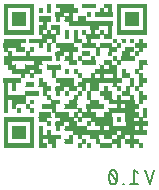
<source format=gbo>
G04 EAGLE Gerber RS-274X export*
G75*
%MOMM*%
%FSLAX34Y34*%
%LPD*%
%INBottom Silkscreen*%
%IPPOS*%
%AMOC8*
5,1,8,0,0,1.08239X$1,22.5*%
G01*
%ADD10C,0.177800*%
%ADD11R,2.570481X0.031750*%
%ADD12R,0.731519X0.031750*%
%ADD13R,0.381000X0.031750*%
%ADD14R,1.079500X0.031750*%
%ADD15R,2.570481X0.031494*%
%ADD16R,0.731519X0.031494*%
%ADD17R,0.381000X0.031494*%
%ADD18R,1.079500X0.031494*%
%ADD19R,2.570481X0.032006*%
%ADD20R,0.731519X0.032006*%
%ADD21R,0.381000X0.032006*%
%ADD22R,1.079500X0.032006*%
%ADD23R,0.350519X0.032006*%
%ADD24R,0.347981X0.031750*%
%ADD25R,0.350519X0.031750*%
%ADD26R,0.728981X0.031750*%
%ADD27R,0.762000X0.031750*%
%ADD28R,1.112519X0.031750*%
%ADD29R,0.347981X0.031494*%
%ADD30R,0.350519X0.031494*%
%ADD31R,0.728981X0.031494*%
%ADD32R,0.762000X0.031494*%
%ADD33R,1.112519X0.031494*%
%ADD34R,0.347981X0.032006*%
%ADD35R,0.728981X0.032006*%
%ADD36R,0.762000X0.032006*%
%ADD37R,1.112519X0.032006*%
%ADD38R,1.841500X0.031494*%
%ADD39R,1.841500X0.031750*%
%ADD40R,1.841500X0.032006*%
%ADD41R,0.414019X0.031750*%
%ADD42R,0.317500X0.031750*%
%ADD43R,3.335019X0.031750*%
%ADD44R,2.222500X0.031750*%
%ADD45R,3.683000X0.031750*%
%ADD46R,2.189481X0.031750*%
%ADD47R,3.683000X0.031494*%
%ADD48R,2.189481X0.031494*%
%ADD49R,3.683000X0.032006*%
%ADD50R,2.189481X0.032006*%
%ADD51R,2.222500X0.031494*%
%ADD52R,1.811019X0.031750*%
%ADD53R,1.811019X0.032006*%
%ADD54R,2.222500X0.032006*%
%ADD55R,1.460500X0.031494*%
%ADD56R,1.460500X0.031750*%
%ADD57R,1.460500X0.032006*%
%ADD58R,1.143000X0.031750*%
%ADD59R,0.030481X0.031750*%
%ADD60R,2.192019X0.031750*%
%ADD61R,1.109981X0.031750*%
%ADD62R,1.490981X0.031750*%
%ADD63R,0.411481X0.031750*%
%ADD64R,1.109981X0.031494*%
%ADD65R,1.109981X0.032006*%
%ADD66R,0.033019X0.031750*%
%ADD67R,0.284481X0.031750*%
%ADD68R,1.493519X0.031750*%
%ADD69R,1.493519X0.032006*%
%ADD70R,3.335019X0.032006*%
%ADD71R,0.317500X0.032006*%
%ADD72R,0.033019X0.032006*%
%ADD73R,0.030481X0.032006*%
%ADD74R,0.411481X0.032006*%
%ADD75R,4.030981X0.031494*%
%ADD76R,4.030981X0.032006*%
%ADD77R,1.493519X0.031494*%
%ADD78R,1.143000X0.032006*%
%ADD79R,1.143000X0.031494*%
%ADD80R,0.033019X0.031494*%


D10*
X192151Y292735D02*
X188002Y280289D01*
X183854Y292735D01*
X178658Y289969D02*
X175201Y292735D01*
X175201Y280289D01*
X178658Y280289D02*
X171744Y280289D01*
X166585Y280289D02*
X166585Y280980D01*
X165894Y280980D01*
X165894Y280289D01*
X166585Y280289D01*
X160735Y286512D02*
X160732Y286757D01*
X160723Y287002D01*
X160709Y287246D01*
X160688Y287490D01*
X160662Y287733D01*
X160630Y287976D01*
X160592Y288218D01*
X160549Y288459D01*
X160499Y288699D01*
X160444Y288937D01*
X160383Y289174D01*
X160317Y289410D01*
X160245Y289644D01*
X160167Y289876D01*
X160084Y290107D01*
X159996Y290335D01*
X159902Y290561D01*
X159803Y290785D01*
X159698Y291006D01*
X159699Y291007D02*
X159665Y291100D01*
X159627Y291192D01*
X159586Y291282D01*
X159542Y291370D01*
X159494Y291457D01*
X159442Y291542D01*
X159388Y291625D01*
X159330Y291705D01*
X159269Y291784D01*
X159206Y291860D01*
X159139Y291933D01*
X159069Y292004D01*
X158997Y292072D01*
X158923Y292137D01*
X158845Y292199D01*
X158766Y292259D01*
X158684Y292315D01*
X158600Y292367D01*
X158514Y292417D01*
X158426Y292463D01*
X158337Y292506D01*
X158246Y292545D01*
X158153Y292581D01*
X158060Y292613D01*
X157965Y292641D01*
X157869Y292666D01*
X157772Y292687D01*
X157674Y292704D01*
X157576Y292718D01*
X157477Y292727D01*
X157378Y292733D01*
X157279Y292735D01*
X157180Y292733D01*
X157081Y292727D01*
X156982Y292718D01*
X156884Y292704D01*
X156786Y292687D01*
X156689Y292666D01*
X156593Y292641D01*
X156498Y292613D01*
X156405Y292581D01*
X156312Y292545D01*
X156221Y292506D01*
X156131Y292463D01*
X156044Y292417D01*
X155958Y292367D01*
X155874Y292315D01*
X155792Y292259D01*
X155713Y292199D01*
X155635Y292137D01*
X155561Y292072D01*
X155489Y292004D01*
X155419Y291933D01*
X155352Y291860D01*
X155289Y291784D01*
X155228Y291705D01*
X155170Y291625D01*
X155116Y291542D01*
X155064Y291457D01*
X155016Y291370D01*
X154972Y291282D01*
X154931Y291192D01*
X154893Y291100D01*
X154859Y291007D01*
X154859Y291006D02*
X154755Y290785D01*
X154655Y290561D01*
X154561Y290335D01*
X154473Y290107D01*
X154390Y289876D01*
X154312Y289644D01*
X154240Y289410D01*
X154174Y289175D01*
X154113Y288937D01*
X154058Y288699D01*
X154008Y288459D01*
X153965Y288218D01*
X153927Y287976D01*
X153895Y287733D01*
X153869Y287490D01*
X153848Y287246D01*
X153834Y287002D01*
X153825Y286757D01*
X153822Y286512D01*
X160736Y286512D02*
X160733Y286267D01*
X160724Y286022D01*
X160710Y285778D01*
X160689Y285534D01*
X160663Y285291D01*
X160631Y285048D01*
X160593Y284806D01*
X160550Y284565D01*
X160500Y284325D01*
X160445Y284087D01*
X160384Y283849D01*
X160318Y283614D01*
X160246Y283380D01*
X160168Y283147D01*
X160085Y282917D01*
X159997Y282689D01*
X159903Y282463D01*
X159803Y282239D01*
X159699Y282017D01*
X159665Y281924D01*
X159627Y281832D01*
X159586Y281742D01*
X159542Y281654D01*
X159494Y281567D01*
X159442Y281482D01*
X159388Y281399D01*
X159330Y281319D01*
X159269Y281240D01*
X159206Y281164D01*
X159139Y281091D01*
X159069Y281020D01*
X158997Y280952D01*
X158923Y280887D01*
X158845Y280825D01*
X158766Y280765D01*
X158684Y280709D01*
X158600Y280657D01*
X158514Y280607D01*
X158426Y280561D01*
X158337Y280518D01*
X158246Y280479D01*
X158153Y280443D01*
X158060Y280411D01*
X157965Y280383D01*
X157869Y280358D01*
X157772Y280337D01*
X157674Y280320D01*
X157576Y280306D01*
X157477Y280297D01*
X157378Y280291D01*
X157279Y280289D01*
X154859Y282018D02*
X154754Y282239D01*
X154655Y282463D01*
X154561Y282689D01*
X154473Y282917D01*
X154390Y283148D01*
X154312Y283380D01*
X154240Y283614D01*
X154174Y283850D01*
X154113Y284087D01*
X154058Y284325D01*
X154008Y284565D01*
X153965Y284806D01*
X153927Y285048D01*
X153895Y285291D01*
X153869Y285534D01*
X153848Y285778D01*
X153834Y286022D01*
X153825Y286267D01*
X153822Y286512D01*
X154859Y282017D02*
X154893Y281924D01*
X154931Y281832D01*
X154972Y281742D01*
X155016Y281654D01*
X155064Y281567D01*
X155116Y281482D01*
X155170Y281399D01*
X155228Y281319D01*
X155289Y281240D01*
X155352Y281164D01*
X155419Y281091D01*
X155489Y281020D01*
X155561Y280952D01*
X155635Y280887D01*
X155713Y280825D01*
X155792Y280765D01*
X155874Y280709D01*
X155958Y280657D01*
X156044Y280607D01*
X156132Y280561D01*
X156221Y280518D01*
X156312Y280479D01*
X156405Y280443D01*
X156498Y280411D01*
X156593Y280383D01*
X156689Y280358D01*
X156786Y280337D01*
X156884Y280320D01*
X156982Y280306D01*
X157081Y280297D01*
X157180Y280291D01*
X157279Y280289D01*
X160044Y283055D02*
X154513Y289969D01*
D11*
X77470Y311151D03*
D12*
X97790Y311151D03*
D13*
X106832Y311151D03*
X129057Y311151D03*
X136373Y311151D03*
D14*
X151295Y311151D03*
D13*
X162408Y311151D03*
X173507Y311151D03*
X180823Y311151D03*
D11*
X77470Y311469D03*
D12*
X97790Y311469D03*
D13*
X106832Y311469D03*
X129057Y311469D03*
X136373Y311469D03*
D14*
X151295Y311469D03*
D13*
X162408Y311469D03*
X173507Y311469D03*
X180823Y311469D03*
D15*
X77470Y311785D03*
D16*
X97790Y311785D03*
D17*
X106832Y311785D03*
X129057Y311785D03*
X136373Y311785D03*
D18*
X151295Y311785D03*
D17*
X162408Y311785D03*
X173507Y311785D03*
X180823Y311785D03*
D11*
X77470Y312101D03*
D12*
X97790Y312101D03*
D13*
X106832Y312101D03*
X129057Y312101D03*
X136373Y312101D03*
D14*
X151295Y312101D03*
D13*
X162408Y312101D03*
X173507Y312101D03*
X180823Y312101D03*
D19*
X77470Y312420D03*
D20*
X97790Y312420D03*
D21*
X106832Y312420D03*
X129057Y312420D03*
X136373Y312420D03*
D22*
X151295Y312420D03*
D21*
X162408Y312420D03*
X173507Y312420D03*
X180823Y312420D03*
D11*
X77470Y312739D03*
D12*
X97790Y312739D03*
D13*
X106832Y312739D03*
X129057Y312739D03*
X136373Y312739D03*
D14*
X151295Y312739D03*
D13*
X162408Y312739D03*
X173507Y312739D03*
X180823Y312739D03*
D15*
X77470Y313055D03*
D16*
X97790Y313055D03*
D17*
X106832Y313055D03*
X129057Y313055D03*
X136373Y313055D03*
D18*
X151295Y313055D03*
D17*
X162408Y313055D03*
X173507Y313055D03*
X180823Y313055D03*
D19*
X77470Y313373D03*
D20*
X97790Y313373D03*
D21*
X106832Y313373D03*
X129057Y313373D03*
X136373Y313373D03*
D22*
X151295Y313373D03*
D21*
X162408Y313373D03*
X173507Y313373D03*
X180823Y313373D03*
D11*
X77470Y313691D03*
D12*
X97790Y313691D03*
D13*
X106832Y313691D03*
X129057Y313691D03*
X136373Y313691D03*
D14*
X151295Y313691D03*
D13*
X162408Y313691D03*
X173507Y313691D03*
X180823Y313691D03*
D15*
X77470Y314008D03*
D16*
X97790Y314008D03*
D17*
X106832Y314008D03*
X129057Y314008D03*
X136373Y314008D03*
D18*
X151295Y314008D03*
D17*
X162408Y314008D03*
X173507Y314008D03*
X180823Y314008D03*
D19*
X77470Y314325D03*
D20*
X97790Y314325D03*
D21*
X106832Y314325D03*
X129057Y314325D03*
X136373Y314325D03*
D22*
X151295Y314325D03*
D21*
X162408Y314325D03*
D23*
X173355Y314325D03*
D21*
X180823Y314325D03*
D24*
X66358Y314644D03*
D13*
X88417Y314644D03*
D25*
X95885Y314644D03*
D26*
X105093Y314644D03*
D12*
X120015Y314644D03*
D25*
X132715Y314644D03*
D13*
X143993Y314644D03*
D27*
X160503Y314644D03*
D28*
X173355Y314644D03*
D29*
X66358Y314960D03*
D17*
X88417Y314960D03*
D30*
X95885Y314960D03*
D31*
X105093Y314960D03*
D32*
X119863Y314960D03*
D30*
X132715Y314960D03*
D17*
X143993Y314960D03*
D32*
X160503Y314960D03*
D33*
X173355Y314960D03*
D34*
X66358Y315278D03*
D21*
X88417Y315278D03*
D23*
X95885Y315278D03*
D35*
X105093Y315278D03*
D20*
X120015Y315278D03*
D23*
X132715Y315278D03*
D21*
X143993Y315278D03*
D36*
X160503Y315278D03*
D37*
X173355Y315278D03*
D24*
X66358Y315596D03*
D13*
X88417Y315596D03*
D25*
X95885Y315596D03*
D26*
X105093Y315596D03*
D12*
X120015Y315596D03*
D25*
X132715Y315596D03*
D13*
X143993Y315596D03*
D27*
X160503Y315596D03*
D28*
X173355Y315596D03*
D24*
X66358Y315914D03*
D13*
X88417Y315914D03*
D25*
X95885Y315914D03*
D26*
X105093Y315914D03*
D12*
X120015Y315914D03*
D25*
X132715Y315914D03*
D13*
X143993Y315914D03*
D27*
X160503Y315914D03*
D28*
X173355Y315914D03*
D24*
X66358Y316231D03*
D13*
X88417Y316231D03*
D25*
X95885Y316231D03*
D26*
X105093Y316231D03*
D12*
X120015Y316231D03*
D25*
X132715Y316231D03*
D13*
X143993Y316231D03*
D27*
X160503Y316231D03*
D28*
X173355Y316231D03*
D29*
X66358Y316548D03*
D17*
X88417Y316548D03*
D30*
X95885Y316548D03*
D31*
X105093Y316548D03*
D16*
X120015Y316548D03*
D30*
X132715Y316548D03*
D17*
X143993Y316548D03*
D32*
X160503Y316548D03*
D33*
X173355Y316548D03*
D24*
X66358Y316864D03*
D13*
X88417Y316864D03*
D25*
X95885Y316864D03*
D26*
X105093Y316864D03*
D12*
X120015Y316864D03*
D25*
X132715Y316864D03*
D13*
X143993Y316864D03*
D27*
X160503Y316864D03*
D28*
X173355Y316864D03*
D34*
X66358Y317183D03*
D21*
X88417Y317183D03*
D23*
X95885Y317183D03*
D35*
X105093Y317183D03*
D20*
X120015Y317183D03*
D23*
X132715Y317183D03*
D21*
X143993Y317183D03*
D36*
X160503Y317183D03*
D37*
X173355Y317183D03*
D24*
X66358Y317501D03*
D13*
X88417Y317501D03*
D25*
X95885Y317501D03*
D26*
X105093Y317501D03*
D12*
X120015Y317501D03*
D25*
X132715Y317501D03*
D13*
X143993Y317501D03*
D27*
X160503Y317501D03*
D28*
X173355Y317501D03*
D24*
X66358Y317819D03*
D13*
X88417Y317819D03*
D25*
X95885Y317819D03*
D26*
X105093Y317819D03*
D27*
X119863Y317819D03*
D13*
X132867Y317819D03*
X143993Y317819D03*
D27*
X160503Y317819D03*
D28*
X173355Y317819D03*
D24*
X66358Y318136D03*
D13*
X88417Y318136D03*
D25*
X95885Y318136D03*
D26*
X105093Y318136D03*
D12*
X120015Y318136D03*
D25*
X132715Y318136D03*
D13*
X143993Y318136D03*
D27*
X160503Y318136D03*
D28*
X173355Y318136D03*
D29*
X66358Y318453D03*
D33*
X77470Y318453D03*
D17*
X88417Y318453D03*
D38*
X103340Y318453D03*
D17*
X121768Y318453D03*
X129057Y318453D03*
D32*
X142088Y318453D03*
D16*
X153035Y318453D03*
D31*
X164148Y318453D03*
D17*
X173507Y318453D03*
D24*
X66358Y318769D03*
D28*
X77470Y318769D03*
D13*
X88417Y318769D03*
D39*
X103340Y318769D03*
D13*
X121768Y318769D03*
X129057Y318769D03*
D27*
X142088Y318769D03*
D12*
X153035Y318769D03*
D26*
X164148Y318769D03*
D13*
X173507Y318769D03*
D34*
X66358Y319088D03*
D37*
X77470Y319088D03*
D21*
X88417Y319088D03*
D40*
X103340Y319088D03*
D21*
X121768Y319088D03*
X129057Y319088D03*
D36*
X142088Y319088D03*
D20*
X153035Y319088D03*
D35*
X164148Y319088D03*
D21*
X173507Y319088D03*
D24*
X66358Y319406D03*
D28*
X77470Y319406D03*
D13*
X88417Y319406D03*
D39*
X103340Y319406D03*
D13*
X121768Y319406D03*
X129057Y319406D03*
D27*
X142088Y319406D03*
D12*
X153035Y319406D03*
D26*
X164148Y319406D03*
D13*
X173507Y319406D03*
D24*
X66358Y319724D03*
D28*
X77470Y319724D03*
D13*
X88417Y319724D03*
D39*
X103340Y319724D03*
D13*
X121768Y319724D03*
X129057Y319724D03*
D27*
X142088Y319724D03*
D12*
X153035Y319724D03*
D26*
X164148Y319724D03*
D13*
X173507Y319724D03*
D24*
X66358Y320041D03*
D28*
X77470Y320041D03*
D13*
X88417Y320041D03*
D39*
X103340Y320041D03*
D13*
X121768Y320041D03*
X129057Y320041D03*
D27*
X142088Y320041D03*
D12*
X153035Y320041D03*
D26*
X164148Y320041D03*
D13*
X173507Y320041D03*
D24*
X66358Y320359D03*
D28*
X77470Y320359D03*
D13*
X88417Y320359D03*
D39*
X103340Y320359D03*
D13*
X121768Y320359D03*
X129057Y320359D03*
D27*
X142088Y320359D03*
D12*
X153035Y320359D03*
D26*
X164148Y320359D03*
D13*
X173507Y320359D03*
D29*
X66358Y320675D03*
D33*
X77470Y320675D03*
D17*
X88417Y320675D03*
D38*
X103340Y320675D03*
D17*
X121768Y320675D03*
X129057Y320675D03*
D32*
X142088Y320675D03*
D16*
X153035Y320675D03*
D31*
X164148Y320675D03*
D17*
X173507Y320675D03*
D24*
X66358Y320991D03*
D28*
X77470Y320991D03*
D13*
X88417Y320991D03*
D39*
X103340Y320991D03*
D13*
X121768Y320991D03*
X129057Y320991D03*
D27*
X142088Y320991D03*
D12*
X153035Y320991D03*
D26*
X164148Y320991D03*
D13*
X173507Y320991D03*
D34*
X66358Y321310D03*
D37*
X77470Y321310D03*
D21*
X88417Y321310D03*
D40*
X103340Y321310D03*
D21*
X121768Y321310D03*
X129057Y321310D03*
D36*
X142088Y321310D03*
D20*
X153035Y321310D03*
D35*
X164148Y321310D03*
D21*
X173507Y321310D03*
D24*
X66358Y321629D03*
D28*
X77470Y321629D03*
D13*
X88417Y321629D03*
D39*
X103340Y321629D03*
D13*
X121768Y321629D03*
X129057Y321629D03*
D27*
X142088Y321629D03*
D12*
X153035Y321629D03*
D26*
X164148Y321629D03*
D13*
X173507Y321629D03*
D24*
X66358Y321946D03*
D28*
X77470Y321946D03*
D13*
X88417Y321946D03*
X96037Y321946D03*
D41*
X103188Y321946D03*
D42*
X125260Y321946D03*
D43*
X143828Y321946D03*
D44*
X175095Y321946D03*
D24*
X66358Y322264D03*
D28*
X77470Y322264D03*
D13*
X88417Y322264D03*
D25*
X95885Y322264D03*
D24*
X103188Y322264D03*
D45*
X142088Y322264D03*
D46*
X175260Y322264D03*
D29*
X66358Y322580D03*
D33*
X77470Y322580D03*
D17*
X88417Y322580D03*
D30*
X95885Y322580D03*
D29*
X103188Y322580D03*
D47*
X142088Y322580D03*
D48*
X175260Y322580D03*
D24*
X66358Y322896D03*
D28*
X77470Y322896D03*
D13*
X88417Y322896D03*
D25*
X95885Y322896D03*
D24*
X103188Y322896D03*
D45*
X142088Y322896D03*
D46*
X175260Y322896D03*
D34*
X66358Y323215D03*
D37*
X77470Y323215D03*
D21*
X88417Y323215D03*
D23*
X95885Y323215D03*
D34*
X103188Y323215D03*
D49*
X142088Y323215D03*
D50*
X175260Y323215D03*
D24*
X66358Y323534D03*
D28*
X77470Y323534D03*
D13*
X88417Y323534D03*
D25*
X95885Y323534D03*
D24*
X103188Y323534D03*
D45*
X142088Y323534D03*
D46*
X175260Y323534D03*
D24*
X66358Y323851D03*
D28*
X77470Y323851D03*
D13*
X88417Y323851D03*
D25*
X95885Y323851D03*
D24*
X103188Y323851D03*
D45*
X142088Y323851D03*
D46*
X175260Y323851D03*
D24*
X66358Y324169D03*
D28*
X77470Y324169D03*
D13*
X88417Y324169D03*
D25*
X95885Y324169D03*
D24*
X103188Y324169D03*
D45*
X142088Y324169D03*
D46*
X175260Y324169D03*
D24*
X66358Y324486D03*
D28*
X77470Y324486D03*
D13*
X88417Y324486D03*
D25*
X95885Y324486D03*
D24*
X103188Y324486D03*
D45*
X142088Y324486D03*
D46*
X175260Y324486D03*
D24*
X66358Y324804D03*
D28*
X77470Y324804D03*
D13*
X88417Y324804D03*
D25*
X95885Y324804D03*
D24*
X103188Y324804D03*
D45*
X142088Y324804D03*
D46*
X175260Y324804D03*
D24*
X66358Y325121D03*
D28*
X77470Y325121D03*
D13*
X88417Y325121D03*
D25*
X95885Y325121D03*
D24*
X103188Y325121D03*
D45*
X142088Y325121D03*
D46*
X175260Y325121D03*
D24*
X66358Y325439D03*
D28*
X77470Y325439D03*
D13*
X88417Y325439D03*
D25*
X95885Y325439D03*
D24*
X103188Y325439D03*
D45*
X142088Y325439D03*
D46*
X175260Y325439D03*
D29*
X66358Y325755D03*
D33*
X77470Y325755D03*
D17*
X88417Y325755D03*
D30*
X95885Y325755D03*
D17*
X110642Y325755D03*
D38*
X125565Y325755D03*
D17*
X147472Y325755D03*
D51*
X164300Y325755D03*
D17*
X180823Y325755D03*
D24*
X66358Y326071D03*
D28*
X77470Y326071D03*
D13*
X88417Y326071D03*
D25*
X95885Y326071D03*
D13*
X110642Y326071D03*
D39*
X125260Y326071D03*
D24*
X147638Y326071D03*
D44*
X164300Y326071D03*
D13*
X180823Y326071D03*
D24*
X66358Y326389D03*
D28*
X77470Y326389D03*
D13*
X88417Y326389D03*
D25*
X95885Y326389D03*
D13*
X110642Y326389D03*
D52*
X125413Y326389D03*
D24*
X147638Y326389D03*
D44*
X164300Y326389D03*
D13*
X180823Y326389D03*
D24*
X66358Y326706D03*
D28*
X77470Y326706D03*
D13*
X88417Y326706D03*
D25*
X95885Y326706D03*
D13*
X110642Y326706D03*
D52*
X125413Y326706D03*
D24*
X147638Y326706D03*
D44*
X164300Y326706D03*
D13*
X180823Y326706D03*
D34*
X66358Y327025D03*
D37*
X77470Y327025D03*
D21*
X88417Y327025D03*
D23*
X95885Y327025D03*
D21*
X110642Y327025D03*
D53*
X125413Y327025D03*
D34*
X147638Y327025D03*
D54*
X164300Y327025D03*
D21*
X180823Y327025D03*
D24*
X66358Y327344D03*
D28*
X77470Y327344D03*
D13*
X88417Y327344D03*
D25*
X95885Y327344D03*
D13*
X110642Y327344D03*
D52*
X125413Y327344D03*
D24*
X147638Y327344D03*
D44*
X164300Y327344D03*
D13*
X180823Y327344D03*
D24*
X66358Y327661D03*
D28*
X77470Y327661D03*
D13*
X88417Y327661D03*
D25*
X95885Y327661D03*
D13*
X110642Y327661D03*
D52*
X125413Y327661D03*
D24*
X147638Y327661D03*
D44*
X164300Y327661D03*
D13*
X180823Y327661D03*
D24*
X66358Y327979D03*
D28*
X77470Y327979D03*
D13*
X88417Y327979D03*
D25*
X95885Y327979D03*
D13*
X110642Y327979D03*
D52*
X125413Y327979D03*
D24*
X147638Y327979D03*
D44*
X164300Y327979D03*
D13*
X180823Y327979D03*
D24*
X66358Y328296D03*
D28*
X77470Y328296D03*
D13*
X88417Y328296D03*
D25*
X95885Y328296D03*
D13*
X110642Y328296D03*
D52*
X125413Y328296D03*
D24*
X147638Y328296D03*
D44*
X164300Y328296D03*
D13*
X180823Y328296D03*
D24*
X66358Y328614D03*
D28*
X77470Y328614D03*
D13*
X88417Y328614D03*
D25*
X95885Y328614D03*
D13*
X110642Y328614D03*
D52*
X125413Y328614D03*
D24*
X147638Y328614D03*
D44*
X164300Y328614D03*
D13*
X180823Y328614D03*
D24*
X66358Y328931D03*
D28*
X77470Y328931D03*
D13*
X88417Y328931D03*
D25*
X95885Y328931D03*
D13*
X110642Y328931D03*
D52*
X125413Y328931D03*
D24*
X147638Y328931D03*
D44*
X164300Y328931D03*
D13*
X180823Y328931D03*
D24*
X66358Y329249D03*
D28*
X77470Y329249D03*
D13*
X88417Y329249D03*
D25*
X95885Y329249D03*
D13*
X110642Y329249D03*
D52*
X125413Y329249D03*
D13*
X147472Y329249D03*
D44*
X164300Y329249D03*
D13*
X180823Y329249D03*
D29*
X66358Y329565D03*
D17*
X88417Y329565D03*
D29*
X103188Y329565D03*
D32*
X112547Y329565D03*
D31*
X123508Y329565D03*
D17*
X136373Y329565D03*
D55*
X149390Y329565D03*
D38*
X177000Y329565D03*
D24*
X66358Y329881D03*
D13*
X88417Y329881D03*
D24*
X103188Y329881D03*
D27*
X112547Y329881D03*
D26*
X123508Y329881D03*
D13*
X136373Y329881D03*
D56*
X149390Y329881D03*
D39*
X177000Y329881D03*
D24*
X66358Y330199D03*
D13*
X88417Y330199D03*
D24*
X103188Y330199D03*
D27*
X112547Y330199D03*
D26*
X123508Y330199D03*
D13*
X136373Y330199D03*
D56*
X149390Y330199D03*
D39*
X177000Y330199D03*
D24*
X66358Y330516D03*
D13*
X88417Y330516D03*
D24*
X103188Y330516D03*
D27*
X112547Y330516D03*
D26*
X123508Y330516D03*
D13*
X136373Y330516D03*
D56*
X149390Y330516D03*
D39*
X177000Y330516D03*
D24*
X66358Y330834D03*
D13*
X88417Y330834D03*
D24*
X103188Y330834D03*
D27*
X112547Y330834D03*
D26*
X123508Y330834D03*
D13*
X136373Y330834D03*
D56*
X149390Y330834D03*
D39*
X177000Y330834D03*
D34*
X66358Y331153D03*
D21*
X88417Y331153D03*
D34*
X103188Y331153D03*
D36*
X112547Y331153D03*
D35*
X123508Y331153D03*
D21*
X136373Y331153D03*
D57*
X149390Y331153D03*
D40*
X177000Y331153D03*
D24*
X66358Y331471D03*
D13*
X88417Y331471D03*
D24*
X103188Y331471D03*
D27*
X112547Y331471D03*
D26*
X123508Y331471D03*
D13*
X136373Y331471D03*
D56*
X149390Y331471D03*
D39*
X177000Y331471D03*
D24*
X66358Y331789D03*
D13*
X88417Y331789D03*
D24*
X103188Y331789D03*
D27*
X112547Y331789D03*
D26*
X123508Y331789D03*
D13*
X136373Y331789D03*
D56*
X149390Y331789D03*
D39*
X177000Y331789D03*
D24*
X66358Y332106D03*
D13*
X88417Y332106D03*
D24*
X103188Y332106D03*
D27*
X112547Y332106D03*
D26*
X123508Y332106D03*
D13*
X136373Y332106D03*
D56*
X149390Y332106D03*
D39*
X177000Y332106D03*
D24*
X66358Y332424D03*
D13*
X88417Y332424D03*
D24*
X103188Y332424D03*
D27*
X112547Y332424D03*
D26*
X123508Y332424D03*
D13*
X136373Y332424D03*
D56*
X149390Y332424D03*
D39*
X177000Y332424D03*
D24*
X66358Y332741D03*
D13*
X88417Y332741D03*
D24*
X103188Y332741D03*
D12*
X112395Y332741D03*
D26*
X123508Y332741D03*
D13*
X136373Y332741D03*
D56*
X149390Y332741D03*
D39*
X177000Y332741D03*
D11*
X77470Y333059D03*
D12*
X97790Y333059D03*
D58*
X117958Y333059D03*
D13*
X129057Y333059D03*
D39*
X147485Y333059D03*
D24*
X162243Y333059D03*
D27*
X171602Y333059D03*
D13*
X180823Y333059D03*
D59*
X186055Y333059D03*
D11*
X77470Y333376D03*
D12*
X97790Y333376D03*
D28*
X118110Y333376D03*
D13*
X129057Y333376D03*
D39*
X147485Y333376D03*
D13*
X162408Y333376D03*
D27*
X171602Y333376D03*
D13*
X180823Y333376D03*
D15*
X77470Y333693D03*
D16*
X97790Y333693D03*
D33*
X118110Y333693D03*
D17*
X129057Y333693D03*
D38*
X147485Y333693D03*
D17*
X162408Y333693D03*
D32*
X171602Y333693D03*
D17*
X180823Y333693D03*
D11*
X77470Y334009D03*
D12*
X97790Y334009D03*
D28*
X118110Y334009D03*
D13*
X129057Y334009D03*
D39*
X147485Y334009D03*
D13*
X162408Y334009D03*
D27*
X171602Y334009D03*
D13*
X180823Y334009D03*
D11*
X77470Y334326D03*
D12*
X97790Y334326D03*
D28*
X118110Y334326D03*
D13*
X129057Y334326D03*
D39*
X147485Y334326D03*
D13*
X162408Y334326D03*
D27*
X171602Y334326D03*
D13*
X180823Y334326D03*
D11*
X77470Y334644D03*
D12*
X97790Y334644D03*
D28*
X118110Y334644D03*
D13*
X129057Y334644D03*
D39*
X147485Y334644D03*
D13*
X162408Y334644D03*
D27*
X171602Y334644D03*
D13*
X180823Y334644D03*
D19*
X77470Y334963D03*
D20*
X97790Y334963D03*
D37*
X118110Y334963D03*
D21*
X129057Y334963D03*
D40*
X147485Y334963D03*
D21*
X162408Y334963D03*
D36*
X171602Y334963D03*
D21*
X180823Y334963D03*
D11*
X77470Y335281D03*
D12*
X97790Y335281D03*
D28*
X118110Y335281D03*
D13*
X129057Y335281D03*
D39*
X147485Y335281D03*
D13*
X162408Y335281D03*
D27*
X171602Y335281D03*
D13*
X180823Y335281D03*
D11*
X77470Y335599D03*
D12*
X97790Y335599D03*
D28*
X118110Y335599D03*
D13*
X129057Y335599D03*
D39*
X147485Y335599D03*
D13*
X162408Y335599D03*
D27*
X171602Y335599D03*
D13*
X180823Y335599D03*
D11*
X77470Y335916D03*
D12*
X97790Y335916D03*
D28*
X118110Y335916D03*
D13*
X129057Y335916D03*
D39*
X147485Y335916D03*
D13*
X162408Y335916D03*
D27*
X171602Y335916D03*
D13*
X180823Y335916D03*
D11*
X77470Y336234D03*
D12*
X97790Y336234D03*
D28*
X118110Y336234D03*
D13*
X129057Y336234D03*
D39*
X147485Y336234D03*
D13*
X162408Y336234D03*
D27*
X171602Y336234D03*
D13*
X180823Y336234D03*
D11*
X77470Y336551D03*
D12*
X97790Y336551D03*
D28*
X118110Y336551D03*
D13*
X129057Y336551D03*
D39*
X147485Y336551D03*
D13*
X162408Y336551D03*
D27*
X171602Y336551D03*
D13*
X180823Y336551D03*
D28*
X99695Y336869D03*
X114300Y336869D03*
D24*
X125413Y336869D03*
D28*
X136525Y336869D03*
D12*
X153035Y336869D03*
D28*
X173355Y336869D03*
D24*
X184468Y336869D03*
D14*
X99530Y337186D03*
D28*
X114300Y337186D03*
D24*
X125413Y337186D03*
D28*
X136525Y337186D03*
D12*
X153035Y337186D03*
D28*
X173355Y337186D03*
D24*
X184468Y337186D03*
D14*
X99530Y337504D03*
D28*
X114300Y337504D03*
D24*
X125413Y337504D03*
D28*
X136525Y337504D03*
D12*
X153035Y337504D03*
D28*
X173355Y337504D03*
D24*
X184468Y337504D03*
D18*
X99530Y337820D03*
D33*
X114300Y337820D03*
D29*
X125413Y337820D03*
D33*
X136525Y337820D03*
D16*
X153035Y337820D03*
D33*
X173355Y337820D03*
D29*
X184468Y337820D03*
D14*
X99530Y338136D03*
D28*
X114300Y338136D03*
D24*
X125413Y338136D03*
D28*
X136525Y338136D03*
D12*
X153035Y338136D03*
D28*
X173355Y338136D03*
D24*
X184468Y338136D03*
D14*
X99530Y338454D03*
D28*
X114300Y338454D03*
D24*
X125413Y338454D03*
D28*
X136525Y338454D03*
D12*
X153035Y338454D03*
D28*
X173355Y338454D03*
D24*
X184468Y338454D03*
D14*
X99530Y338771D03*
D28*
X114300Y338771D03*
D24*
X125413Y338771D03*
D28*
X136525Y338771D03*
D12*
X153035Y338771D03*
D28*
X173355Y338771D03*
D24*
X184468Y338771D03*
D22*
X99530Y339090D03*
D37*
X114300Y339090D03*
D34*
X125413Y339090D03*
D37*
X136525Y339090D03*
D20*
X153035Y339090D03*
D37*
X173355Y339090D03*
D34*
X184468Y339090D03*
D14*
X99530Y339409D03*
D28*
X114300Y339409D03*
D24*
X125413Y339409D03*
D28*
X136525Y339409D03*
D12*
X153035Y339409D03*
D28*
X173355Y339409D03*
D24*
X184468Y339409D03*
D18*
X99530Y339725D03*
D33*
X114300Y339725D03*
D29*
X125413Y339725D03*
D33*
X136525Y339725D03*
D16*
X153035Y339725D03*
D33*
X173355Y339725D03*
D29*
X184468Y339725D03*
D14*
X99530Y340041D03*
D28*
X114300Y340041D03*
D24*
X125413Y340041D03*
D28*
X136525Y340041D03*
D12*
X153035Y340041D03*
D28*
X173355Y340041D03*
D24*
X184468Y340041D03*
D14*
X99530Y340359D03*
D28*
X114300Y340359D03*
D24*
X125413Y340359D03*
D28*
X136525Y340359D03*
D12*
X153035Y340359D03*
D28*
X173355Y340359D03*
D24*
X184468Y340359D03*
X66358Y340676D03*
D13*
X77318Y340676D03*
X88417Y340676D03*
X106832Y340676D03*
X129057Y340676D03*
D25*
X136525Y340676D03*
D44*
X164300Y340676D03*
D24*
X184468Y340676D03*
X66358Y340994D03*
D13*
X77318Y340994D03*
X88417Y340994D03*
X106832Y340994D03*
X129057Y340994D03*
X136373Y340994D03*
D44*
X164300Y340994D03*
D24*
X184468Y340994D03*
X66358Y341311D03*
D13*
X77318Y341311D03*
X88417Y341311D03*
X106832Y341311D03*
X129057Y341311D03*
X136373Y341311D03*
D44*
X164300Y341311D03*
D24*
X184468Y341311D03*
X66358Y341629D03*
D13*
X77318Y341629D03*
X88417Y341629D03*
X106832Y341629D03*
X129057Y341629D03*
X136373Y341629D03*
D44*
X164300Y341629D03*
D24*
X184468Y341629D03*
X66358Y341946D03*
D13*
X77318Y341946D03*
X88417Y341946D03*
X106832Y341946D03*
X129057Y341946D03*
X136373Y341946D03*
D44*
X164300Y341946D03*
D24*
X184468Y341946D03*
X66358Y342264D03*
D13*
X77318Y342264D03*
X88417Y342264D03*
X106832Y342264D03*
X129057Y342264D03*
X136373Y342264D03*
D44*
X164300Y342264D03*
D24*
X184468Y342264D03*
X66358Y342581D03*
D13*
X77318Y342581D03*
X88417Y342581D03*
X106832Y342581D03*
X129057Y342581D03*
X136373Y342581D03*
D44*
X164300Y342581D03*
D24*
X184468Y342581D03*
D34*
X66358Y342900D03*
D21*
X77318Y342900D03*
X88417Y342900D03*
X106832Y342900D03*
X129057Y342900D03*
X136373Y342900D03*
D54*
X164300Y342900D03*
D34*
X184468Y342900D03*
D24*
X66358Y343219D03*
D13*
X77318Y343219D03*
X88417Y343219D03*
X106832Y343219D03*
X129057Y343219D03*
X136373Y343219D03*
D44*
X164300Y343219D03*
D24*
X184468Y343219D03*
X66358Y343536D03*
D13*
X77318Y343536D03*
X88417Y343536D03*
X106832Y343536D03*
X129057Y343536D03*
X136373Y343536D03*
D44*
X164300Y343536D03*
D24*
X184468Y343536D03*
X66358Y343854D03*
D13*
X77318Y343854D03*
X88417Y343854D03*
X106832Y343854D03*
X129057Y343854D03*
X136373Y343854D03*
D60*
X164148Y343854D03*
D24*
X184468Y343854D03*
X66358Y344171D03*
D25*
X73660Y344171D03*
D24*
X84773Y344171D03*
D61*
X103188Y344171D03*
D14*
X121755Y344171D03*
D62*
X141923Y344171D03*
D13*
X162408Y344171D03*
D28*
X173355Y344171D03*
D24*
X66358Y344489D03*
D25*
X73660Y344489D03*
D24*
X84773Y344489D03*
D61*
X103188Y344489D03*
X121603Y344489D03*
D62*
X141923Y344489D03*
D13*
X162408Y344489D03*
D28*
X173355Y344489D03*
D24*
X66358Y344806D03*
D25*
X73660Y344806D03*
D24*
X84773Y344806D03*
D61*
X103188Y344806D03*
D14*
X121755Y344806D03*
D62*
X141923Y344806D03*
D13*
X162408Y344806D03*
D28*
X173355Y344806D03*
D24*
X66358Y345124D03*
D25*
X73660Y345124D03*
D24*
X84773Y345124D03*
D61*
X103188Y345124D03*
D14*
X121755Y345124D03*
D62*
X141923Y345124D03*
D13*
X162408Y345124D03*
D28*
X173355Y345124D03*
D24*
X66358Y345441D03*
D25*
X73660Y345441D03*
D24*
X84773Y345441D03*
D61*
X103188Y345441D03*
D14*
X121755Y345441D03*
D62*
X141923Y345441D03*
D13*
X162408Y345441D03*
D28*
X173355Y345441D03*
D24*
X66358Y345759D03*
D25*
X73660Y345759D03*
D24*
X84773Y345759D03*
D61*
X103188Y345759D03*
D14*
X121755Y345759D03*
D62*
X141923Y345759D03*
D13*
X162408Y345759D03*
D28*
X173355Y345759D03*
D24*
X66358Y346076D03*
D25*
X73660Y346076D03*
D24*
X84773Y346076D03*
D61*
X103188Y346076D03*
D14*
X121755Y346076D03*
D62*
X141923Y346076D03*
D13*
X162408Y346076D03*
D28*
X173355Y346076D03*
D24*
X66358Y346394D03*
D25*
X73660Y346394D03*
D24*
X84773Y346394D03*
D61*
X103188Y346394D03*
D14*
X121755Y346394D03*
D62*
X141923Y346394D03*
D13*
X162408Y346394D03*
D28*
X173355Y346394D03*
D24*
X66358Y346711D03*
D25*
X73660Y346711D03*
D24*
X84773Y346711D03*
D61*
X103188Y346711D03*
D14*
X121755Y346711D03*
D62*
X141923Y346711D03*
D13*
X162408Y346711D03*
D28*
X173355Y346711D03*
D24*
X66358Y347029D03*
D25*
X73660Y347029D03*
D24*
X84773Y347029D03*
D61*
X103188Y347029D03*
D14*
X121755Y347029D03*
D62*
X141923Y347029D03*
D13*
X162408Y347029D03*
D28*
X173355Y347029D03*
D24*
X66358Y347346D03*
D25*
X73660Y347346D03*
D24*
X84773Y347346D03*
D61*
X103188Y347346D03*
X121603Y347346D03*
D62*
X141923Y347346D03*
D13*
X162408Y347346D03*
D28*
X173355Y347346D03*
D24*
X66358Y347664D03*
D13*
X73812Y347664D03*
D24*
X84773Y347664D03*
D61*
X103188Y347664D03*
D14*
X121755Y347664D03*
D56*
X142075Y347664D03*
D13*
X162408Y347664D03*
D28*
X173355Y347664D03*
D29*
X66358Y347980D03*
D33*
X77470Y347980D03*
D17*
X88417Y347980D03*
D32*
X108737Y347980D03*
D31*
X123508Y347980D03*
D32*
X142088Y347980D03*
D51*
X164300Y347980D03*
D17*
X180823Y347980D03*
D24*
X66358Y348296D03*
D28*
X77470Y348296D03*
D13*
X88417Y348296D03*
D27*
X108737Y348296D03*
D26*
X123508Y348296D03*
D27*
X142088Y348296D03*
D44*
X164300Y348296D03*
D13*
X180823Y348296D03*
D24*
X66358Y348614D03*
D28*
X77470Y348614D03*
D13*
X88417Y348614D03*
D27*
X108737Y348614D03*
D26*
X123508Y348614D03*
D27*
X142088Y348614D03*
D44*
X164300Y348614D03*
D13*
X180823Y348614D03*
D24*
X66358Y348931D03*
D28*
X77470Y348931D03*
D13*
X88417Y348931D03*
D27*
X108737Y348931D03*
D26*
X123508Y348931D03*
D27*
X142088Y348931D03*
D44*
X164300Y348931D03*
D13*
X180823Y348931D03*
D24*
X66358Y349249D03*
D28*
X77470Y349249D03*
D13*
X88417Y349249D03*
D27*
X108737Y349249D03*
D26*
X123508Y349249D03*
D27*
X142088Y349249D03*
D44*
X164300Y349249D03*
D13*
X180823Y349249D03*
D24*
X66358Y349566D03*
D28*
X77470Y349566D03*
D13*
X88417Y349566D03*
D27*
X108737Y349566D03*
D26*
X123508Y349566D03*
D27*
X142088Y349566D03*
D44*
X164300Y349566D03*
D13*
X180823Y349566D03*
D24*
X66358Y349884D03*
D28*
X77470Y349884D03*
D13*
X88417Y349884D03*
D27*
X108737Y349884D03*
D26*
X123508Y349884D03*
D27*
X142088Y349884D03*
D44*
X164300Y349884D03*
D13*
X180823Y349884D03*
D24*
X66358Y350201D03*
D28*
X77470Y350201D03*
D13*
X88417Y350201D03*
D27*
X108737Y350201D03*
D26*
X123508Y350201D03*
D27*
X142088Y350201D03*
D44*
X164300Y350201D03*
D13*
X180823Y350201D03*
D24*
X66358Y350519D03*
D28*
X77470Y350519D03*
D13*
X88417Y350519D03*
D27*
X108737Y350519D03*
D26*
X123508Y350519D03*
D27*
X142088Y350519D03*
D44*
X164300Y350519D03*
D13*
X180823Y350519D03*
D34*
X66358Y350838D03*
D37*
X77470Y350838D03*
D21*
X88417Y350838D03*
D36*
X108737Y350838D03*
D35*
X123508Y350838D03*
D36*
X142088Y350838D03*
D54*
X164300Y350838D03*
D21*
X180823Y350838D03*
D24*
X66358Y351156D03*
D28*
X77470Y351156D03*
D13*
X88417Y351156D03*
D27*
X108737Y351156D03*
D26*
X123508Y351156D03*
D27*
X142088Y351156D03*
D44*
X164300Y351156D03*
D13*
X180823Y351156D03*
D39*
X73825Y351474D03*
D13*
X103353Y351474D03*
X125247Y351474D03*
D25*
X136525Y351474D03*
D26*
X153353Y351474D03*
D13*
X162408Y351474D03*
D63*
X173355Y351474D03*
D26*
X182563Y351474D03*
D39*
X73825Y351791D03*
D24*
X103188Y351791D03*
X125413Y351791D03*
D13*
X136373Y351791D03*
D12*
X153035Y351791D03*
D13*
X162408Y351791D03*
X173507Y351791D03*
D26*
X182563Y351791D03*
D39*
X73825Y352109D03*
D24*
X103188Y352109D03*
X125413Y352109D03*
D13*
X136373Y352109D03*
D12*
X153035Y352109D03*
D13*
X162408Y352109D03*
X173507Y352109D03*
D26*
X182563Y352109D03*
D39*
X73825Y352426D03*
D24*
X103188Y352426D03*
X125413Y352426D03*
D13*
X136373Y352426D03*
D12*
X153035Y352426D03*
D13*
X162408Y352426D03*
X173507Y352426D03*
D26*
X182563Y352426D03*
D39*
X73825Y352744D03*
D24*
X103188Y352744D03*
X125413Y352744D03*
D13*
X136373Y352744D03*
D12*
X153035Y352744D03*
D13*
X162408Y352744D03*
X173507Y352744D03*
D26*
X182563Y352744D03*
D39*
X73825Y353061D03*
D24*
X103188Y353061D03*
X125413Y353061D03*
D13*
X136373Y353061D03*
D12*
X153035Y353061D03*
D13*
X162408Y353061D03*
X173507Y353061D03*
D26*
X182563Y353061D03*
D39*
X73825Y353379D03*
D24*
X103188Y353379D03*
X125413Y353379D03*
D13*
X136373Y353379D03*
D12*
X153035Y353379D03*
D13*
X162408Y353379D03*
X173507Y353379D03*
D26*
X182563Y353379D03*
D39*
X73825Y353696D03*
D24*
X103188Y353696D03*
X125413Y353696D03*
D13*
X136373Y353696D03*
D12*
X153035Y353696D03*
D13*
X162408Y353696D03*
X173507Y353696D03*
D26*
X182563Y353696D03*
D39*
X73825Y354014D03*
D24*
X103188Y354014D03*
X125413Y354014D03*
D13*
X136373Y354014D03*
D12*
X153035Y354014D03*
D13*
X162408Y354014D03*
X173507Y354014D03*
D26*
X182563Y354014D03*
D39*
X73825Y354331D03*
D24*
X103188Y354331D03*
X125413Y354331D03*
D13*
X136373Y354331D03*
D12*
X153035Y354331D03*
D13*
X162408Y354331D03*
X173507Y354331D03*
D26*
X182563Y354331D03*
D39*
X73825Y354649D03*
D24*
X103188Y354649D03*
X125413Y354649D03*
D13*
X136373Y354649D03*
D12*
X153035Y354649D03*
D13*
X162408Y354649D03*
X173507Y354649D03*
D26*
X182563Y354649D03*
D39*
X73825Y354966D03*
D24*
X103188Y354966D03*
X125413Y354966D03*
D13*
X136373Y354966D03*
D12*
X153035Y354966D03*
D13*
X162408Y354966D03*
X173507Y354966D03*
D26*
X182563Y354966D03*
D24*
X66358Y355284D03*
D61*
X88583Y355284D03*
D13*
X99543Y355284D03*
X110642Y355284D03*
D25*
X118110Y355284D03*
D13*
X129057Y355284D03*
X136373Y355284D03*
D14*
X151295Y355284D03*
D26*
X167958Y355284D03*
D13*
X180823Y355284D03*
D24*
X66358Y355601D03*
D61*
X88583Y355601D03*
D13*
X99543Y355601D03*
X110642Y355601D03*
X117958Y355601D03*
X129057Y355601D03*
X136373Y355601D03*
D14*
X151295Y355601D03*
D26*
X167958Y355601D03*
D13*
X180823Y355601D03*
D24*
X66358Y355919D03*
D61*
X88583Y355919D03*
D13*
X99543Y355919D03*
X110642Y355919D03*
D25*
X118110Y355919D03*
D13*
X129057Y355919D03*
X136373Y355919D03*
D14*
X151295Y355919D03*
D26*
X167958Y355919D03*
D13*
X180823Y355919D03*
D29*
X66358Y356235D03*
D64*
X88583Y356235D03*
D17*
X99543Y356235D03*
X110642Y356235D03*
D30*
X118110Y356235D03*
D17*
X129057Y356235D03*
X136373Y356235D03*
D18*
X151295Y356235D03*
D31*
X167958Y356235D03*
D17*
X180823Y356235D03*
D24*
X66358Y356551D03*
D61*
X88583Y356551D03*
D13*
X99543Y356551D03*
X110642Y356551D03*
D25*
X118110Y356551D03*
D13*
X129057Y356551D03*
X136373Y356551D03*
D14*
X151295Y356551D03*
D26*
X167958Y356551D03*
D13*
X180823Y356551D03*
D24*
X66358Y356869D03*
D61*
X88583Y356869D03*
D13*
X99543Y356869D03*
X110642Y356869D03*
D25*
X118110Y356869D03*
D13*
X129057Y356869D03*
X136373Y356869D03*
D14*
X151295Y356869D03*
D26*
X167958Y356869D03*
D13*
X180823Y356869D03*
D24*
X66358Y357186D03*
D61*
X88583Y357186D03*
D13*
X99543Y357186D03*
X110642Y357186D03*
D25*
X118110Y357186D03*
D13*
X129057Y357186D03*
X136373Y357186D03*
D14*
X151295Y357186D03*
D26*
X167958Y357186D03*
D13*
X180823Y357186D03*
D24*
X66358Y357504D03*
D61*
X88583Y357504D03*
D13*
X99543Y357504D03*
X110642Y357504D03*
D25*
X118110Y357504D03*
D13*
X129057Y357504D03*
X136373Y357504D03*
D14*
X151295Y357504D03*
D26*
X167958Y357504D03*
D13*
X180823Y357504D03*
D24*
X66358Y357821D03*
D61*
X88583Y357821D03*
D13*
X99543Y357821D03*
X110642Y357821D03*
D25*
X118110Y357821D03*
D13*
X129057Y357821D03*
X136373Y357821D03*
D14*
X151295Y357821D03*
D26*
X167958Y357821D03*
D13*
X180823Y357821D03*
D24*
X66358Y358139D03*
D61*
X88583Y358139D03*
D13*
X99543Y358139D03*
X110642Y358139D03*
D25*
X118110Y358139D03*
D13*
X129057Y358139D03*
X136373Y358139D03*
D14*
X151295Y358139D03*
D26*
X167958Y358139D03*
D13*
X180823Y358139D03*
D24*
X66358Y358456D03*
D61*
X88583Y358456D03*
D13*
X99543Y358456D03*
X110642Y358456D03*
D25*
X118110Y358456D03*
D13*
X129057Y358456D03*
X136373Y358456D03*
D14*
X151295Y358456D03*
D26*
X167958Y358456D03*
D13*
X180823Y358456D03*
D34*
X66358Y358775D03*
D65*
X88583Y358775D03*
D21*
X99543Y358775D03*
X110642Y358775D03*
D23*
X118110Y358775D03*
D21*
X129057Y358775D03*
X136373Y358775D03*
D22*
X151295Y358775D03*
D35*
X167958Y358775D03*
D21*
X180823Y358775D03*
D24*
X66358Y359094D03*
D25*
X73660Y359094D03*
D26*
X101283Y359094D03*
D27*
X112547Y359094D03*
D26*
X123508Y359094D03*
D13*
X132867Y359094D03*
D27*
X142088Y359094D03*
D13*
X151282Y359094D03*
X162408Y359094D03*
X169697Y359094D03*
D25*
X177165Y359094D03*
D24*
X66358Y359411D03*
D25*
X73660Y359411D03*
D26*
X101283Y359411D03*
D27*
X112547Y359411D03*
D26*
X123508Y359411D03*
D25*
X132715Y359411D03*
D27*
X142088Y359411D03*
D13*
X151282Y359411D03*
X162408Y359411D03*
X169697Y359411D03*
D25*
X177165Y359411D03*
D24*
X66358Y359729D03*
D25*
X73660Y359729D03*
D26*
X101283Y359729D03*
D27*
X112547Y359729D03*
D26*
X123508Y359729D03*
D25*
X132715Y359729D03*
D27*
X142088Y359729D03*
D13*
X151282Y359729D03*
X162408Y359729D03*
X169697Y359729D03*
D25*
X177165Y359729D03*
D24*
X66358Y360046D03*
D25*
X73660Y360046D03*
D26*
X101283Y360046D03*
D27*
X112547Y360046D03*
D26*
X123508Y360046D03*
D25*
X132715Y360046D03*
D27*
X142088Y360046D03*
D13*
X151282Y360046D03*
X162408Y360046D03*
X169697Y360046D03*
D25*
X177165Y360046D03*
D24*
X66358Y360364D03*
D25*
X73660Y360364D03*
D26*
X101283Y360364D03*
D27*
X112547Y360364D03*
D26*
X123508Y360364D03*
D25*
X132715Y360364D03*
D27*
X142088Y360364D03*
D13*
X151282Y360364D03*
X162408Y360364D03*
X169697Y360364D03*
D25*
X177165Y360364D03*
D24*
X66358Y360681D03*
D25*
X73660Y360681D03*
D26*
X101283Y360681D03*
D27*
X112547Y360681D03*
D26*
X123508Y360681D03*
D25*
X132715Y360681D03*
D27*
X142088Y360681D03*
D13*
X151282Y360681D03*
X162408Y360681D03*
X169697Y360681D03*
D25*
X177165Y360681D03*
D24*
X66358Y360999D03*
D25*
X73660Y360999D03*
D26*
X101283Y360999D03*
D27*
X112547Y360999D03*
D26*
X123508Y360999D03*
D25*
X132715Y360999D03*
D27*
X142088Y360999D03*
D13*
X151282Y360999D03*
X162408Y360999D03*
X169697Y360999D03*
D25*
X177165Y360999D03*
D24*
X66358Y361316D03*
D25*
X73660Y361316D03*
D26*
X101283Y361316D03*
D27*
X112547Y361316D03*
D26*
X123508Y361316D03*
D25*
X132715Y361316D03*
D27*
X142088Y361316D03*
D13*
X151282Y361316D03*
X162408Y361316D03*
X169697Y361316D03*
D25*
X177165Y361316D03*
D24*
X66358Y361634D03*
D25*
X73660Y361634D03*
D26*
X101283Y361634D03*
D27*
X112547Y361634D03*
D26*
X123508Y361634D03*
D25*
X132715Y361634D03*
D27*
X142088Y361634D03*
D13*
X151282Y361634D03*
X162408Y361634D03*
X169697Y361634D03*
D25*
X177165Y361634D03*
D24*
X66358Y361951D03*
D25*
X73660Y361951D03*
D26*
X101283Y361951D03*
D27*
X112547Y361951D03*
D26*
X123508Y361951D03*
D25*
X132715Y361951D03*
D27*
X142088Y361951D03*
D13*
X151282Y361951D03*
X162408Y361951D03*
X169697Y361951D03*
D25*
X177165Y361951D03*
D24*
X66358Y362269D03*
D25*
X73660Y362269D03*
D26*
X101283Y362269D03*
D12*
X112395Y362269D03*
D26*
X123508Y362269D03*
D25*
X132715Y362269D03*
D27*
X142088Y362269D03*
D13*
X151282Y362269D03*
X162408Y362269D03*
X169697Y362269D03*
D25*
X177165Y362269D03*
D24*
X66358Y362586D03*
D25*
X73660Y362586D03*
D59*
X83185Y362586D03*
X90170Y362586D03*
D66*
X94298Y362586D03*
D26*
X101283Y362586D03*
D67*
X110490Y362586D03*
D63*
X114300Y362586D03*
D13*
X121768Y362586D03*
D25*
X125730Y362586D03*
D13*
X132563Y362586D03*
D27*
X142088Y362586D03*
D42*
X151295Y362586D03*
D66*
X157163Y362586D03*
D13*
X162077Y362586D03*
D24*
X169863Y362586D03*
D13*
X177013Y362586D03*
D59*
X182245Y362586D03*
D24*
X66358Y362904D03*
D25*
X73660Y362904D03*
D26*
X86678Y362904D03*
D12*
X97790Y362904D03*
D28*
X118110Y362904D03*
D12*
X130810Y362904D03*
D27*
X142088Y362904D03*
D13*
X158598Y362904D03*
X173507Y362904D03*
X180823Y362904D03*
D24*
X66358Y363221D03*
D25*
X73660Y363221D03*
D26*
X86678Y363221D03*
D12*
X97790Y363221D03*
D28*
X118110Y363221D03*
D12*
X130810Y363221D03*
D27*
X142088Y363221D03*
D13*
X158598Y363221D03*
X173507Y363221D03*
X180823Y363221D03*
D24*
X66358Y363539D03*
D25*
X73660Y363539D03*
D26*
X86678Y363539D03*
D12*
X97790Y363539D03*
D28*
X118110Y363539D03*
D12*
X130810Y363539D03*
D27*
X142088Y363539D03*
D13*
X158598Y363539D03*
X173507Y363539D03*
X180823Y363539D03*
D24*
X66358Y363856D03*
D25*
X73660Y363856D03*
D26*
X86678Y363856D03*
D12*
X97790Y363856D03*
D28*
X118110Y363856D03*
D12*
X130810Y363856D03*
D27*
X142088Y363856D03*
D13*
X158598Y363856D03*
X173507Y363856D03*
X180823Y363856D03*
D29*
X66358Y364173D03*
D30*
X73660Y364173D03*
D31*
X86678Y364173D03*
D16*
X97790Y364173D03*
D33*
X118110Y364173D03*
D16*
X130810Y364173D03*
D32*
X142088Y364173D03*
D17*
X158598Y364173D03*
X173507Y364173D03*
X180823Y364173D03*
D24*
X66358Y364489D03*
D25*
X73660Y364489D03*
D26*
X86678Y364489D03*
D12*
X97790Y364489D03*
D28*
X118110Y364489D03*
D12*
X130810Y364489D03*
D27*
X142088Y364489D03*
D13*
X158598Y364489D03*
X173507Y364489D03*
X180823Y364489D03*
D24*
X66358Y364806D03*
D25*
X73660Y364806D03*
D26*
X86678Y364806D03*
D12*
X97790Y364806D03*
D28*
X118110Y364806D03*
D12*
X130810Y364806D03*
D27*
X142088Y364806D03*
D13*
X158598Y364806D03*
X173507Y364806D03*
X180823Y364806D03*
D24*
X66358Y365124D03*
D25*
X73660Y365124D03*
D26*
X86678Y365124D03*
D12*
X97790Y365124D03*
D28*
X118110Y365124D03*
D12*
X130810Y365124D03*
D27*
X142088Y365124D03*
D13*
X158598Y365124D03*
X173507Y365124D03*
X180823Y365124D03*
D24*
X66358Y365441D03*
D25*
X73660Y365441D03*
D26*
X86678Y365441D03*
D12*
X97790Y365441D03*
D28*
X118110Y365441D03*
D12*
X130810Y365441D03*
D27*
X142088Y365441D03*
D13*
X158598Y365441D03*
X173507Y365441D03*
X180823Y365441D03*
D24*
X66358Y365759D03*
D25*
X73660Y365759D03*
D26*
X86678Y365759D03*
D12*
X97790Y365759D03*
D28*
X118110Y365759D03*
D12*
X130810Y365759D03*
D27*
X142088Y365759D03*
D13*
X158598Y365759D03*
X173507Y365759D03*
X180823Y365759D03*
D24*
X66358Y366076D03*
D25*
X73660Y366076D03*
D26*
X86678Y366076D03*
D12*
X97790Y366076D03*
D28*
X118110Y366076D03*
D12*
X130810Y366076D03*
D27*
X142088Y366076D03*
D13*
X158598Y366076D03*
X173507Y366076D03*
X180823Y366076D03*
D56*
X71920Y366394D03*
D25*
X95885Y366394D03*
D68*
X116205Y366394D03*
D43*
X147638Y366394D03*
D13*
X173507Y366394D03*
D26*
X182563Y366394D03*
D57*
X71920Y366713D03*
D23*
X95885Y366713D03*
D69*
X116205Y366713D03*
D70*
X147638Y366713D03*
D21*
X173507Y366713D03*
D35*
X182563Y366713D03*
D56*
X71920Y367031D03*
D25*
X95885Y367031D03*
D68*
X116205Y367031D03*
D43*
X147638Y367031D03*
D13*
X173507Y367031D03*
D26*
X182563Y367031D03*
D56*
X71920Y367349D03*
D25*
X95885Y367349D03*
D68*
X116205Y367349D03*
D43*
X147638Y367349D03*
D13*
X173507Y367349D03*
D26*
X182563Y367349D03*
D56*
X71920Y367666D03*
D25*
X95885Y367666D03*
D68*
X116205Y367666D03*
D43*
X147638Y367666D03*
D13*
X173507Y367666D03*
D26*
X182563Y367666D03*
D56*
X71920Y367984D03*
D25*
X95885Y367984D03*
D68*
X116205Y367984D03*
D43*
X147638Y367984D03*
D13*
X173507Y367984D03*
D26*
X182563Y367984D03*
D56*
X71920Y368301D03*
D25*
X95885Y368301D03*
D68*
X116205Y368301D03*
D43*
X147638Y368301D03*
D13*
X173507Y368301D03*
D26*
X182563Y368301D03*
D56*
X71920Y368619D03*
D25*
X95885Y368619D03*
D68*
X116205Y368619D03*
D43*
X147638Y368619D03*
D13*
X173507Y368619D03*
D26*
X182563Y368619D03*
D56*
X71920Y368936D03*
D25*
X95885Y368936D03*
D68*
X116205Y368936D03*
D43*
X147638Y368936D03*
D13*
X173507Y368936D03*
D26*
X182563Y368936D03*
D56*
X71920Y369254D03*
D25*
X95885Y369254D03*
D68*
X116205Y369254D03*
D43*
X147638Y369254D03*
D13*
X173507Y369254D03*
D26*
X182563Y369254D03*
D56*
X71920Y369571D03*
D25*
X95885Y369571D03*
D68*
X116205Y369571D03*
D43*
X147638Y369571D03*
D13*
X173507Y369571D03*
D26*
X182563Y369571D03*
D56*
X71920Y369889D03*
D25*
X95885Y369889D03*
D68*
X116205Y369889D03*
D43*
X147638Y369889D03*
D25*
X173355Y369889D03*
D26*
X182563Y369889D03*
D13*
X81128Y370206D03*
X88417Y370206D03*
X106832Y370206D03*
X129057Y370206D03*
X140183Y370206D03*
D24*
X147638Y370206D03*
D13*
X158598Y370206D03*
D26*
X167958Y370206D03*
D13*
X180823Y370206D03*
X81128Y370524D03*
X88417Y370524D03*
X106832Y370524D03*
X129057Y370524D03*
X140183Y370524D03*
D24*
X147638Y370524D03*
D13*
X158598Y370524D03*
D26*
X167958Y370524D03*
D13*
X180823Y370524D03*
D17*
X81128Y370840D03*
X88417Y370840D03*
X106832Y370840D03*
X129057Y370840D03*
X140183Y370840D03*
D29*
X147638Y370840D03*
D17*
X158598Y370840D03*
D31*
X167958Y370840D03*
D17*
X180823Y370840D03*
D21*
X81128Y371158D03*
X88417Y371158D03*
X106832Y371158D03*
X129057Y371158D03*
X140183Y371158D03*
D34*
X147638Y371158D03*
D21*
X158598Y371158D03*
D35*
X167958Y371158D03*
D21*
X180823Y371158D03*
D17*
X81128Y371475D03*
X88417Y371475D03*
X106832Y371475D03*
X129057Y371475D03*
X140183Y371475D03*
D29*
X147638Y371475D03*
D17*
X158598Y371475D03*
D31*
X167958Y371475D03*
D17*
X180823Y371475D03*
D21*
X81128Y371793D03*
X88417Y371793D03*
X106832Y371793D03*
X129057Y371793D03*
X140183Y371793D03*
D34*
X147638Y371793D03*
D21*
X158598Y371793D03*
D35*
X167958Y371793D03*
D21*
X180823Y371793D03*
D17*
X81128Y372110D03*
X88417Y372110D03*
X106832Y372110D03*
X129057Y372110D03*
X140183Y372110D03*
D29*
X147638Y372110D03*
D17*
X158598Y372110D03*
D31*
X167958Y372110D03*
D17*
X180823Y372110D03*
D21*
X81128Y372428D03*
X88417Y372428D03*
X106832Y372428D03*
X129057Y372428D03*
X140183Y372428D03*
D34*
X147638Y372428D03*
D21*
X158598Y372428D03*
D35*
X167958Y372428D03*
D21*
X180823Y372428D03*
D17*
X81128Y372745D03*
X88417Y372745D03*
X106832Y372745D03*
X129057Y372745D03*
X140183Y372745D03*
D29*
X147638Y372745D03*
D17*
X158598Y372745D03*
D31*
X167958Y372745D03*
D17*
X180823Y372745D03*
D21*
X81128Y373063D03*
X88417Y373063D03*
X106832Y373063D03*
X129057Y373063D03*
X140183Y373063D03*
D34*
X147638Y373063D03*
D21*
X158598Y373063D03*
D35*
X167958Y373063D03*
D21*
X180823Y373063D03*
D17*
X81128Y373380D03*
X88417Y373380D03*
X106832Y373380D03*
X129057Y373380D03*
X140183Y373380D03*
D29*
X147638Y373380D03*
D17*
X158598Y373380D03*
D31*
X167958Y373380D03*
D17*
X180823Y373380D03*
D57*
X79210Y373698D03*
D20*
X93980Y373698D03*
D21*
X106832Y373698D03*
D23*
X118110Y373698D03*
D34*
X125413Y373698D03*
D40*
X151295Y373698D03*
D34*
X166053Y373698D03*
D23*
X177165Y373698D03*
D55*
X79210Y374015D03*
D16*
X93980Y374015D03*
D17*
X106832Y374015D03*
X117958Y374015D03*
D29*
X125413Y374015D03*
D38*
X151295Y374015D03*
D29*
X166053Y374015D03*
D30*
X177165Y374015D03*
D57*
X79210Y374333D03*
D20*
X93980Y374333D03*
D21*
X106832Y374333D03*
D23*
X118110Y374333D03*
D34*
X125413Y374333D03*
D40*
X151295Y374333D03*
D34*
X166053Y374333D03*
D23*
X177165Y374333D03*
D56*
X79210Y374651D03*
D12*
X93980Y374651D03*
D13*
X106832Y374651D03*
D25*
X118110Y374651D03*
D24*
X125413Y374651D03*
D39*
X151295Y374651D03*
D24*
X166053Y374651D03*
D25*
X177165Y374651D03*
D56*
X79210Y374969D03*
D12*
X93980Y374969D03*
D13*
X106832Y374969D03*
D25*
X118110Y374969D03*
D24*
X125413Y374969D03*
D39*
X151295Y374969D03*
D24*
X166053Y374969D03*
D25*
X177165Y374969D03*
D56*
X79210Y375286D03*
D12*
X93980Y375286D03*
D13*
X106832Y375286D03*
D25*
X118110Y375286D03*
D24*
X125413Y375286D03*
D39*
X151295Y375286D03*
D24*
X166053Y375286D03*
D25*
X177165Y375286D03*
D56*
X79210Y375604D03*
D12*
X93980Y375604D03*
D13*
X106832Y375604D03*
D25*
X118110Y375604D03*
D24*
X125413Y375604D03*
D39*
X151295Y375604D03*
D24*
X166053Y375604D03*
D25*
X177165Y375604D03*
D56*
X79210Y375921D03*
D12*
X93980Y375921D03*
D13*
X106832Y375921D03*
D25*
X118110Y375921D03*
D24*
X125413Y375921D03*
D39*
X151295Y375921D03*
D24*
X166053Y375921D03*
D25*
X177165Y375921D03*
D56*
X79210Y376239D03*
D12*
X93980Y376239D03*
D13*
X106832Y376239D03*
D25*
X118110Y376239D03*
D24*
X125413Y376239D03*
D39*
X151295Y376239D03*
D24*
X166053Y376239D03*
D25*
X177165Y376239D03*
D56*
X79210Y376556D03*
D12*
X93980Y376556D03*
D13*
X106832Y376556D03*
D25*
X118110Y376556D03*
D24*
X125413Y376556D03*
D39*
X151295Y376556D03*
D24*
X166053Y376556D03*
D25*
X177165Y376556D03*
D55*
X79210Y376873D03*
D16*
X93980Y376873D03*
D17*
X106832Y376873D03*
X117958Y376873D03*
D29*
X125413Y376873D03*
D38*
X151295Y376873D03*
D29*
X166053Y376873D03*
D30*
X177165Y376873D03*
D57*
X79210Y377190D03*
D20*
X93980Y377190D03*
D21*
X106832Y377190D03*
X117958Y377190D03*
D34*
X125413Y377190D03*
D40*
X151295Y377190D03*
D34*
X166053Y377190D03*
D23*
X177165Y377190D03*
D16*
X71755Y377508D03*
D64*
X88583Y377508D03*
X106998Y377508D03*
D29*
X147638Y377508D03*
D16*
X156845Y377508D03*
D17*
X180823Y377508D03*
D20*
X71755Y377825D03*
D65*
X88583Y377825D03*
X106998Y377825D03*
D34*
X147638Y377825D03*
D20*
X156845Y377825D03*
D21*
X180823Y377825D03*
D16*
X71755Y378143D03*
D64*
X88583Y378143D03*
X106998Y378143D03*
D29*
X147638Y378143D03*
D16*
X156845Y378143D03*
D17*
X180823Y378143D03*
D20*
X71755Y378460D03*
D65*
X88583Y378460D03*
X106998Y378460D03*
D34*
X147638Y378460D03*
D20*
X156845Y378460D03*
D21*
X180823Y378460D03*
D16*
X71755Y378778D03*
D64*
X88583Y378778D03*
X106998Y378778D03*
D29*
X147638Y378778D03*
D16*
X156845Y378778D03*
D17*
X180823Y378778D03*
D20*
X71755Y379095D03*
D65*
X88583Y379095D03*
X106998Y379095D03*
D34*
X147638Y379095D03*
D20*
X156845Y379095D03*
D21*
X180823Y379095D03*
D16*
X71755Y379413D03*
D64*
X88583Y379413D03*
X106998Y379413D03*
D29*
X147638Y379413D03*
D16*
X156845Y379413D03*
D17*
X180823Y379413D03*
D20*
X71755Y379730D03*
D65*
X88583Y379730D03*
X106998Y379730D03*
D34*
X147638Y379730D03*
D20*
X156845Y379730D03*
D21*
X180823Y379730D03*
D16*
X71755Y380048D03*
D64*
X88583Y380048D03*
X106998Y380048D03*
D29*
X147638Y380048D03*
D16*
X156845Y380048D03*
D17*
X180823Y380048D03*
D20*
X71755Y380365D03*
D65*
X88583Y380365D03*
X106998Y380365D03*
D34*
X147638Y380365D03*
D20*
X156845Y380365D03*
D21*
X180823Y380365D03*
D16*
X71755Y380683D03*
D64*
X88583Y380683D03*
X106998Y380683D03*
D29*
X147638Y380683D03*
D16*
X156845Y380683D03*
D17*
X180823Y380683D03*
D71*
X66205Y381000D03*
D21*
X70002Y381000D03*
D72*
X75248Y381000D03*
D73*
X83185Y381000D03*
D21*
X92227Y381000D03*
D71*
X96050Y381000D03*
D72*
X101918Y381000D03*
X112078Y381000D03*
D35*
X123508Y381000D03*
D22*
X136360Y381000D03*
D73*
X146050Y381000D03*
D71*
X150965Y381000D03*
D74*
X154940Y381000D03*
D21*
X162077Y381000D03*
X180823Y381000D03*
D71*
X184620Y381000D03*
D31*
X68263Y381318D03*
D16*
X93980Y381318D03*
D31*
X123508Y381318D03*
D33*
X136525Y381318D03*
D16*
X153035Y381318D03*
D17*
X162408Y381318D03*
D31*
X182563Y381318D03*
D35*
X68263Y381635D03*
D20*
X93980Y381635D03*
D35*
X123508Y381635D03*
D37*
X136525Y381635D03*
D20*
X153035Y381635D03*
D21*
X162408Y381635D03*
D35*
X182563Y381635D03*
D31*
X68263Y381953D03*
D16*
X93980Y381953D03*
D31*
X123508Y381953D03*
D33*
X136525Y381953D03*
D16*
X153035Y381953D03*
D17*
X162408Y381953D03*
D31*
X182563Y381953D03*
D35*
X68263Y382270D03*
D20*
X93980Y382270D03*
D35*
X123508Y382270D03*
D37*
X136525Y382270D03*
D20*
X153035Y382270D03*
D21*
X162408Y382270D03*
D35*
X182563Y382270D03*
D26*
X68263Y382589D03*
D12*
X93980Y382589D03*
D26*
X123508Y382589D03*
D28*
X136525Y382589D03*
D12*
X153035Y382589D03*
D13*
X162408Y382589D03*
D26*
X182563Y382589D03*
X68263Y382906D03*
D12*
X93980Y382906D03*
D26*
X123508Y382906D03*
D28*
X136525Y382906D03*
D12*
X153035Y382906D03*
D13*
X162408Y382906D03*
D26*
X182563Y382906D03*
X68263Y383224D03*
D12*
X93980Y383224D03*
D26*
X123508Y383224D03*
D28*
X136525Y383224D03*
D12*
X153035Y383224D03*
D13*
X162408Y383224D03*
D26*
X182563Y383224D03*
X68263Y383541D03*
D12*
X93980Y383541D03*
D26*
X123508Y383541D03*
D28*
X136525Y383541D03*
D12*
X153035Y383541D03*
D13*
X162408Y383541D03*
D26*
X182563Y383541D03*
X68263Y383859D03*
D12*
X93980Y383859D03*
D26*
X123508Y383859D03*
D28*
X136525Y383859D03*
D12*
X153035Y383859D03*
D13*
X162408Y383859D03*
D26*
X182563Y383859D03*
X68263Y384176D03*
D12*
X93980Y384176D03*
D26*
X123508Y384176D03*
D28*
X136525Y384176D03*
D12*
X153035Y384176D03*
D13*
X162408Y384176D03*
D26*
X182563Y384176D03*
X68263Y384494D03*
D12*
X93980Y384494D03*
D26*
X123508Y384494D03*
D28*
X136525Y384494D03*
D12*
X153035Y384494D03*
D13*
X162408Y384494D03*
D26*
X182563Y384494D03*
D75*
X84773Y384810D03*
D17*
X110642Y384810D03*
D16*
X120015Y384810D03*
D17*
X129057Y384810D03*
X140183Y384810D03*
X158598Y384810D03*
D18*
X169710Y384810D03*
D76*
X84773Y385128D03*
D21*
X110642Y385128D03*
D36*
X119863Y385128D03*
D21*
X129057Y385128D03*
X140183Y385128D03*
X158598Y385128D03*
D65*
X169863Y385128D03*
D75*
X84773Y385445D03*
D17*
X110642Y385445D03*
D16*
X120015Y385445D03*
D17*
X129057Y385445D03*
X140183Y385445D03*
X158598Y385445D03*
D64*
X169863Y385445D03*
D76*
X84773Y385763D03*
D21*
X110642Y385763D03*
D20*
X120015Y385763D03*
D21*
X129057Y385763D03*
X140183Y385763D03*
X158598Y385763D03*
D65*
X169863Y385763D03*
D75*
X84773Y386080D03*
D17*
X110642Y386080D03*
D16*
X120015Y386080D03*
D17*
X129057Y386080D03*
X140183Y386080D03*
X158598Y386080D03*
D64*
X169863Y386080D03*
D76*
X84773Y386398D03*
D21*
X110642Y386398D03*
D20*
X120015Y386398D03*
D21*
X129057Y386398D03*
X140183Y386398D03*
X158598Y386398D03*
D65*
X169863Y386398D03*
D75*
X84773Y386715D03*
D17*
X110642Y386715D03*
D16*
X120015Y386715D03*
D17*
X129057Y386715D03*
X140183Y386715D03*
X158598Y386715D03*
D64*
X169863Y386715D03*
D76*
X84773Y387033D03*
D21*
X110642Y387033D03*
D20*
X120015Y387033D03*
D21*
X129057Y387033D03*
X140183Y387033D03*
X158598Y387033D03*
D65*
X169863Y387033D03*
D75*
X84773Y387350D03*
D17*
X110642Y387350D03*
D16*
X120015Y387350D03*
D17*
X129057Y387350D03*
X140183Y387350D03*
X158598Y387350D03*
D64*
X169863Y387350D03*
D76*
X84773Y387668D03*
D21*
X110642Y387668D03*
D20*
X120015Y387668D03*
D21*
X129057Y387668D03*
X140183Y387668D03*
X158598Y387668D03*
D65*
X169863Y387668D03*
D75*
X84773Y387985D03*
D17*
X110642Y387985D03*
D16*
X120015Y387985D03*
D17*
X129057Y387985D03*
X140183Y387985D03*
X158598Y387985D03*
D64*
X169863Y387985D03*
D76*
X84773Y388303D03*
D21*
X110642Y388303D03*
D20*
X120015Y388303D03*
D21*
X129057Y388303D03*
X140183Y388303D03*
X158598Y388303D03*
D65*
X169863Y388303D03*
D17*
X70002Y388620D03*
D29*
X84773Y388620D03*
D32*
X112547Y388620D03*
D17*
X121768Y388620D03*
D16*
X134620Y388620D03*
D17*
X143993Y388620D03*
D30*
X154940Y388620D03*
D31*
X167958Y388620D03*
D30*
X177165Y388620D03*
D21*
X70002Y388938D03*
D34*
X84773Y388938D03*
D36*
X112547Y388938D03*
D21*
X121768Y388938D03*
D20*
X134620Y388938D03*
D21*
X143993Y388938D03*
D23*
X154940Y388938D03*
D35*
X167958Y388938D03*
D23*
X177165Y388938D03*
D17*
X70002Y389255D03*
D29*
X84773Y389255D03*
D32*
X112547Y389255D03*
D17*
X121768Y389255D03*
D16*
X134620Y389255D03*
D17*
X143993Y389255D03*
D30*
X154940Y389255D03*
D31*
X167958Y389255D03*
D30*
X177165Y389255D03*
D21*
X70002Y389573D03*
D34*
X84773Y389573D03*
D36*
X112547Y389573D03*
D21*
X121768Y389573D03*
D20*
X134620Y389573D03*
D21*
X143993Y389573D03*
D23*
X154940Y389573D03*
D35*
X167958Y389573D03*
D23*
X177165Y389573D03*
D17*
X70002Y389890D03*
D29*
X84773Y389890D03*
D32*
X112547Y389890D03*
D17*
X121768Y389890D03*
D16*
X134620Y389890D03*
D17*
X143993Y389890D03*
D30*
X154940Y389890D03*
D31*
X167958Y389890D03*
D30*
X177165Y389890D03*
D21*
X70002Y390208D03*
D34*
X84773Y390208D03*
D36*
X112547Y390208D03*
D21*
X121768Y390208D03*
D20*
X134620Y390208D03*
D21*
X143993Y390208D03*
D23*
X154940Y390208D03*
D35*
X167958Y390208D03*
D23*
X177165Y390208D03*
D13*
X70002Y390526D03*
D24*
X84773Y390526D03*
D27*
X112547Y390526D03*
D13*
X121768Y390526D03*
D12*
X134620Y390526D03*
D13*
X143993Y390526D03*
D25*
X154940Y390526D03*
D26*
X167958Y390526D03*
D25*
X177165Y390526D03*
D13*
X70002Y390844D03*
D24*
X84773Y390844D03*
D27*
X112547Y390844D03*
D13*
X121768Y390844D03*
D12*
X134620Y390844D03*
D13*
X143993Y390844D03*
D25*
X154940Y390844D03*
D26*
X167958Y390844D03*
D25*
X177165Y390844D03*
D13*
X70002Y391161D03*
D24*
X84773Y391161D03*
D27*
X112547Y391161D03*
D13*
X121768Y391161D03*
D12*
X134620Y391161D03*
D13*
X143993Y391161D03*
D25*
X154940Y391161D03*
D26*
X167958Y391161D03*
D25*
X177165Y391161D03*
D13*
X70002Y391479D03*
D24*
X84773Y391479D03*
D27*
X112547Y391479D03*
D13*
X121768Y391479D03*
D12*
X134620Y391479D03*
D13*
X143993Y391479D03*
D25*
X154940Y391479D03*
D26*
X167958Y391479D03*
D25*
X177165Y391479D03*
D13*
X70002Y391796D03*
D24*
X84773Y391796D03*
D12*
X112395Y391796D03*
D13*
X121768Y391796D03*
D12*
X134620Y391796D03*
D13*
X143993Y391796D03*
D25*
X154940Y391796D03*
D26*
X167958Y391796D03*
D25*
X177165Y391796D03*
X69850Y392114D03*
D24*
X84773Y392114D03*
D26*
X112713Y392114D03*
D13*
X121768Y392114D03*
D12*
X134620Y392114D03*
D13*
X143993Y392114D03*
X155092Y392114D03*
D66*
X160338Y392114D03*
D26*
X167958Y392114D03*
D13*
X177013Y392114D03*
D24*
X66358Y392431D03*
D27*
X79223Y392431D03*
D13*
X88417Y392431D03*
D24*
X103188Y392431D03*
D56*
X119850Y392431D03*
D13*
X143993Y392431D03*
D12*
X156845Y392431D03*
D27*
X171602Y392431D03*
D13*
X180823Y392431D03*
D29*
X66358Y392748D03*
D32*
X79223Y392748D03*
D17*
X88417Y392748D03*
D29*
X103188Y392748D03*
D55*
X119850Y392748D03*
D17*
X143993Y392748D03*
D16*
X156845Y392748D03*
D32*
X171602Y392748D03*
D17*
X180823Y392748D03*
D34*
X66358Y393065D03*
D36*
X79223Y393065D03*
D21*
X88417Y393065D03*
D34*
X103188Y393065D03*
D57*
X119850Y393065D03*
D21*
X143993Y393065D03*
D20*
X156845Y393065D03*
D36*
X171602Y393065D03*
D21*
X180823Y393065D03*
D29*
X66358Y393383D03*
D32*
X79223Y393383D03*
D17*
X88417Y393383D03*
D29*
X103188Y393383D03*
D55*
X119850Y393383D03*
D17*
X143993Y393383D03*
D16*
X156845Y393383D03*
D32*
X171602Y393383D03*
D17*
X180823Y393383D03*
D34*
X66358Y393700D03*
D36*
X79223Y393700D03*
D21*
X88417Y393700D03*
D34*
X103188Y393700D03*
D57*
X119850Y393700D03*
D21*
X143993Y393700D03*
D20*
X156845Y393700D03*
D36*
X171602Y393700D03*
D21*
X180823Y393700D03*
D29*
X66358Y394018D03*
D32*
X79223Y394018D03*
D17*
X88417Y394018D03*
D29*
X103188Y394018D03*
D55*
X119850Y394018D03*
D17*
X143993Y394018D03*
D16*
X156845Y394018D03*
D32*
X171602Y394018D03*
D17*
X180823Y394018D03*
D34*
X66358Y394335D03*
D36*
X79223Y394335D03*
D21*
X88417Y394335D03*
D34*
X103188Y394335D03*
D57*
X119850Y394335D03*
D21*
X143993Y394335D03*
D20*
X156845Y394335D03*
D36*
X171602Y394335D03*
D21*
X180823Y394335D03*
D29*
X66358Y394653D03*
D32*
X79223Y394653D03*
D17*
X88417Y394653D03*
D29*
X103188Y394653D03*
D55*
X119850Y394653D03*
D17*
X143993Y394653D03*
D16*
X156845Y394653D03*
D32*
X171602Y394653D03*
D17*
X180823Y394653D03*
D34*
X66358Y394970D03*
D36*
X79223Y394970D03*
D21*
X88417Y394970D03*
D34*
X103188Y394970D03*
D57*
X119850Y394970D03*
D21*
X143993Y394970D03*
D20*
X156845Y394970D03*
D36*
X171602Y394970D03*
D21*
X180823Y394970D03*
D29*
X66358Y395288D03*
D32*
X79223Y395288D03*
D17*
X88417Y395288D03*
D29*
X103188Y395288D03*
D55*
X119850Y395288D03*
D17*
X143993Y395288D03*
D16*
X156845Y395288D03*
D32*
X171602Y395288D03*
D17*
X180823Y395288D03*
D34*
X66358Y395605D03*
D36*
X79223Y395605D03*
D21*
X88417Y395605D03*
D34*
X103188Y395605D03*
D57*
X119850Y395605D03*
D21*
X143993Y395605D03*
D20*
X156845Y395605D03*
D36*
X171602Y395605D03*
D21*
X180823Y395605D03*
D55*
X71920Y395923D03*
D30*
X95885Y395923D03*
D29*
X103188Y395923D03*
D77*
X116205Y395923D03*
D33*
X136525Y395923D03*
D18*
X151295Y395923D03*
D17*
X162408Y395923D03*
D18*
X180810Y395923D03*
D57*
X71920Y396240D03*
D23*
X95885Y396240D03*
D34*
X103188Y396240D03*
D69*
X116205Y396240D03*
D37*
X136525Y396240D03*
D22*
X151295Y396240D03*
D21*
X162408Y396240D03*
D22*
X180810Y396240D03*
D55*
X71920Y396558D03*
D30*
X95885Y396558D03*
D29*
X103188Y396558D03*
D77*
X116205Y396558D03*
D33*
X136525Y396558D03*
D18*
X151295Y396558D03*
D17*
X162408Y396558D03*
D18*
X180810Y396558D03*
D57*
X71920Y396875D03*
D23*
X95885Y396875D03*
D34*
X103188Y396875D03*
D69*
X116205Y396875D03*
D37*
X136525Y396875D03*
D22*
X151295Y396875D03*
D21*
X162408Y396875D03*
D22*
X180810Y396875D03*
D55*
X71920Y397193D03*
D30*
X95885Y397193D03*
D29*
X103188Y397193D03*
D77*
X116205Y397193D03*
D33*
X136525Y397193D03*
D18*
X151295Y397193D03*
D17*
X162408Y397193D03*
D18*
X180810Y397193D03*
D57*
X71920Y397510D03*
D23*
X95885Y397510D03*
D34*
X103188Y397510D03*
D69*
X116205Y397510D03*
D37*
X136525Y397510D03*
D22*
X151295Y397510D03*
D21*
X162408Y397510D03*
D22*
X180810Y397510D03*
D55*
X71920Y397828D03*
D30*
X95885Y397828D03*
D29*
X103188Y397828D03*
D77*
X116205Y397828D03*
D33*
X136525Y397828D03*
D18*
X151295Y397828D03*
D17*
X162408Y397828D03*
D18*
X180810Y397828D03*
D57*
X71920Y398145D03*
D23*
X95885Y398145D03*
D34*
X103188Y398145D03*
D69*
X116205Y398145D03*
D37*
X136525Y398145D03*
D22*
X151295Y398145D03*
D21*
X162408Y398145D03*
D22*
X180810Y398145D03*
D56*
X71920Y398464D03*
D25*
X95885Y398464D03*
D24*
X103188Y398464D03*
D68*
X116205Y398464D03*
D28*
X136525Y398464D03*
D14*
X151295Y398464D03*
D13*
X162408Y398464D03*
D14*
X180810Y398464D03*
D56*
X71920Y398781D03*
D25*
X95885Y398781D03*
D24*
X103188Y398781D03*
D68*
X116205Y398781D03*
D28*
X136525Y398781D03*
D14*
X151295Y398781D03*
D13*
X162408Y398781D03*
D14*
X180810Y398781D03*
D56*
X71920Y399099D03*
D25*
X95885Y399099D03*
D24*
X103188Y399099D03*
D68*
X116205Y399099D03*
D28*
X136525Y399099D03*
D14*
X151295Y399099D03*
D13*
X162408Y399099D03*
D14*
X180810Y399099D03*
D56*
X71920Y399416D03*
D25*
X95885Y399416D03*
D13*
X103353Y399416D03*
D68*
X116205Y399416D03*
D28*
X136525Y399416D03*
D14*
X151295Y399416D03*
D13*
X162408Y399416D03*
D14*
X180810Y399416D03*
D39*
X73825Y399734D03*
D68*
X93980Y399734D03*
D13*
X106832Y399734D03*
D26*
X127318Y399734D03*
D25*
X136525Y399734D03*
D13*
X158598Y399734D03*
D24*
X166053Y399734D03*
D13*
X173507Y399734D03*
X180823Y399734D03*
D39*
X73825Y400051D03*
D68*
X93980Y400051D03*
D13*
X106832Y400051D03*
D26*
X127318Y400051D03*
D13*
X136373Y400051D03*
X158598Y400051D03*
D24*
X166053Y400051D03*
D13*
X173507Y400051D03*
X180823Y400051D03*
D39*
X73825Y400369D03*
D68*
X93980Y400369D03*
D13*
X106832Y400369D03*
D26*
X127318Y400369D03*
D13*
X136373Y400369D03*
X158598Y400369D03*
D24*
X166053Y400369D03*
D13*
X173507Y400369D03*
X180823Y400369D03*
D38*
X73825Y400685D03*
D77*
X93980Y400685D03*
D17*
X106832Y400685D03*
D31*
X127318Y400685D03*
D17*
X136373Y400685D03*
X158598Y400685D03*
D29*
X166053Y400685D03*
D17*
X173507Y400685D03*
X180823Y400685D03*
D40*
X73825Y401003D03*
D69*
X93980Y401003D03*
D21*
X106832Y401003D03*
D35*
X127318Y401003D03*
D21*
X136373Y401003D03*
X158598Y401003D03*
D34*
X166053Y401003D03*
D21*
X173507Y401003D03*
X180823Y401003D03*
D38*
X73825Y401320D03*
D77*
X93980Y401320D03*
D17*
X106832Y401320D03*
D31*
X127318Y401320D03*
D17*
X136373Y401320D03*
X158598Y401320D03*
D29*
X166053Y401320D03*
D17*
X173507Y401320D03*
X180823Y401320D03*
D40*
X73825Y401638D03*
D69*
X93980Y401638D03*
D21*
X106832Y401638D03*
D35*
X127318Y401638D03*
D21*
X136373Y401638D03*
X158598Y401638D03*
D34*
X166053Y401638D03*
D21*
X173507Y401638D03*
X180823Y401638D03*
D38*
X73825Y401955D03*
D77*
X93980Y401955D03*
D17*
X106832Y401955D03*
D31*
X127318Y401955D03*
D17*
X136373Y401955D03*
X158598Y401955D03*
D29*
X166053Y401955D03*
D17*
X173507Y401955D03*
X180823Y401955D03*
D40*
X73825Y402273D03*
D69*
X93980Y402273D03*
D21*
X106832Y402273D03*
D35*
X127318Y402273D03*
D21*
X136373Y402273D03*
X158598Y402273D03*
D34*
X166053Y402273D03*
D21*
X173507Y402273D03*
X180823Y402273D03*
D38*
X73825Y402590D03*
D77*
X93980Y402590D03*
D17*
X106832Y402590D03*
D31*
X127318Y402590D03*
D17*
X136373Y402590D03*
X158598Y402590D03*
D29*
X166053Y402590D03*
D17*
X173507Y402590D03*
X180823Y402590D03*
D40*
X73825Y402908D03*
D69*
X93980Y402908D03*
D21*
X106832Y402908D03*
D35*
X127318Y402908D03*
D21*
X136373Y402908D03*
X158598Y402908D03*
X165887Y402908D03*
X173507Y402908D03*
X180823Y402908D03*
D64*
X103188Y403225D03*
D30*
X118110Y403225D03*
D29*
X125413Y403225D03*
D64*
X140018Y403225D03*
D16*
X153035Y403225D03*
D65*
X103188Y403543D03*
D21*
X117958Y403543D03*
D34*
X125413Y403543D03*
D78*
X140183Y403543D03*
D20*
X153035Y403543D03*
D64*
X103188Y403860D03*
D30*
X118110Y403860D03*
D29*
X125413Y403860D03*
D79*
X140183Y403860D03*
D16*
X153035Y403860D03*
D65*
X103188Y404178D03*
D23*
X118110Y404178D03*
D34*
X125413Y404178D03*
D78*
X140183Y404178D03*
D20*
X153035Y404178D03*
D64*
X103188Y404495D03*
D30*
X118110Y404495D03*
D29*
X125413Y404495D03*
D79*
X140183Y404495D03*
D16*
X153035Y404495D03*
D65*
X103188Y404813D03*
D23*
X118110Y404813D03*
D34*
X125413Y404813D03*
D78*
X140183Y404813D03*
D20*
X153035Y404813D03*
D64*
X103188Y405130D03*
D30*
X118110Y405130D03*
D29*
X125413Y405130D03*
D79*
X140183Y405130D03*
D16*
X153035Y405130D03*
D65*
X103188Y405448D03*
D23*
X118110Y405448D03*
D34*
X125413Y405448D03*
D78*
X140183Y405448D03*
D20*
X153035Y405448D03*
D64*
X103188Y405765D03*
D30*
X118110Y405765D03*
D29*
X125413Y405765D03*
D79*
X140183Y405765D03*
D16*
X153035Y405765D03*
D65*
X103188Y406083D03*
D23*
X118110Y406083D03*
D34*
X125413Y406083D03*
D78*
X140183Y406083D03*
D20*
X153035Y406083D03*
D61*
X103188Y406401D03*
D25*
X118110Y406401D03*
D24*
X125413Y406401D03*
D58*
X140183Y406401D03*
D12*
X153035Y406401D03*
D61*
X103188Y406719D03*
D25*
X118110Y406719D03*
D24*
X125413Y406719D03*
D58*
X140183Y406719D03*
D12*
X153035Y406719D03*
D11*
X77470Y407036D03*
D25*
X95885Y407036D03*
D24*
X103188Y407036D03*
D13*
X110642Y407036D03*
D25*
X118110Y407036D03*
D24*
X125413Y407036D03*
D25*
X132715Y407036D03*
D13*
X140183Y407036D03*
D24*
X147638Y407036D03*
D25*
X154940Y407036D03*
D11*
X173355Y407036D03*
X77470Y407354D03*
D25*
X95885Y407354D03*
D24*
X103188Y407354D03*
D13*
X110642Y407354D03*
D25*
X118110Y407354D03*
D24*
X125413Y407354D03*
D25*
X132715Y407354D03*
D13*
X140183Y407354D03*
D24*
X147638Y407354D03*
D25*
X154940Y407354D03*
D11*
X173355Y407354D03*
X77470Y407671D03*
D25*
X95885Y407671D03*
D24*
X103188Y407671D03*
D13*
X110642Y407671D03*
D25*
X118110Y407671D03*
D24*
X125413Y407671D03*
D25*
X132715Y407671D03*
D13*
X140183Y407671D03*
D24*
X147638Y407671D03*
D25*
X154940Y407671D03*
D11*
X173355Y407671D03*
X77470Y407989D03*
D25*
X95885Y407989D03*
D24*
X103188Y407989D03*
D13*
X110642Y407989D03*
D25*
X118110Y407989D03*
D24*
X125413Y407989D03*
D25*
X132715Y407989D03*
D13*
X140183Y407989D03*
D24*
X147638Y407989D03*
D25*
X154940Y407989D03*
D11*
X173355Y407989D03*
X77470Y408306D03*
D25*
X95885Y408306D03*
D24*
X103188Y408306D03*
D13*
X110642Y408306D03*
D25*
X118110Y408306D03*
D24*
X125413Y408306D03*
D25*
X132715Y408306D03*
D13*
X140183Y408306D03*
D24*
X147638Y408306D03*
D25*
X154940Y408306D03*
D11*
X173355Y408306D03*
X77470Y408624D03*
D25*
X95885Y408624D03*
D24*
X103188Y408624D03*
D13*
X110642Y408624D03*
D25*
X118110Y408624D03*
D24*
X125413Y408624D03*
D25*
X132715Y408624D03*
D13*
X140183Y408624D03*
D24*
X147638Y408624D03*
D25*
X154940Y408624D03*
D11*
X173355Y408624D03*
X77470Y408941D03*
D25*
X95885Y408941D03*
D24*
X103188Y408941D03*
D13*
X110642Y408941D03*
D25*
X118110Y408941D03*
D24*
X125413Y408941D03*
D25*
X132715Y408941D03*
D13*
X140183Y408941D03*
D24*
X147638Y408941D03*
D25*
X154940Y408941D03*
D11*
X173355Y408941D03*
D15*
X77470Y409258D03*
D30*
X95885Y409258D03*
D29*
X103188Y409258D03*
D17*
X110642Y409258D03*
D30*
X118110Y409258D03*
D29*
X125413Y409258D03*
D30*
X132715Y409258D03*
D17*
X140183Y409258D03*
D29*
X147638Y409258D03*
D30*
X154940Y409258D03*
D15*
X173355Y409258D03*
D19*
X77470Y409575D03*
D23*
X95885Y409575D03*
D34*
X103188Y409575D03*
D21*
X110642Y409575D03*
D23*
X118110Y409575D03*
D34*
X125413Y409575D03*
D23*
X132715Y409575D03*
D21*
X140183Y409575D03*
D34*
X147638Y409575D03*
D23*
X154940Y409575D03*
D19*
X173355Y409575D03*
D15*
X77470Y409893D03*
D30*
X95885Y409893D03*
D29*
X103188Y409893D03*
D17*
X110642Y409893D03*
D30*
X118110Y409893D03*
D29*
X125413Y409893D03*
D30*
X132715Y409893D03*
D17*
X140183Y409893D03*
D29*
X147638Y409893D03*
D30*
X154940Y409893D03*
D15*
X173355Y409893D03*
D19*
X77470Y410210D03*
D23*
X95885Y410210D03*
D34*
X103188Y410210D03*
D21*
X110642Y410210D03*
X117958Y410210D03*
D34*
X125413Y410210D03*
D21*
X132867Y410210D03*
X140183Y410210D03*
D34*
X147638Y410210D03*
D23*
X154940Y410210D03*
D19*
X173355Y410210D03*
D15*
X77470Y410528D03*
D17*
X96037Y410528D03*
D29*
X103188Y410528D03*
D17*
X110642Y410528D03*
D30*
X118110Y410528D03*
D29*
X125413Y410528D03*
D30*
X132715Y410528D03*
D17*
X140183Y410528D03*
D29*
X147638Y410528D03*
D30*
X154940Y410528D03*
D15*
X173355Y410528D03*
D34*
X66358Y410845D03*
D21*
X88417Y410845D03*
D20*
X97790Y410845D03*
D36*
X108737Y410845D03*
X142088Y410845D03*
D23*
X154940Y410845D03*
D21*
X162408Y410845D03*
D34*
X184468Y410845D03*
D29*
X66358Y411163D03*
D17*
X88417Y411163D03*
D16*
X97790Y411163D03*
D32*
X108737Y411163D03*
X142088Y411163D03*
D30*
X154940Y411163D03*
D17*
X162408Y411163D03*
D29*
X184468Y411163D03*
D34*
X66358Y411480D03*
D21*
X88417Y411480D03*
D20*
X97790Y411480D03*
D36*
X108737Y411480D03*
X142088Y411480D03*
D23*
X154940Y411480D03*
D21*
X162408Y411480D03*
D34*
X184468Y411480D03*
D29*
X66358Y411798D03*
D17*
X88417Y411798D03*
D16*
X97790Y411798D03*
D32*
X108737Y411798D03*
X142088Y411798D03*
D30*
X154940Y411798D03*
D17*
X162408Y411798D03*
D29*
X184468Y411798D03*
D34*
X66358Y412115D03*
D21*
X88417Y412115D03*
D20*
X97790Y412115D03*
D36*
X108737Y412115D03*
X142088Y412115D03*
D23*
X154940Y412115D03*
D21*
X162408Y412115D03*
D34*
X184468Y412115D03*
D29*
X66358Y412433D03*
D17*
X88417Y412433D03*
D16*
X97790Y412433D03*
D32*
X108737Y412433D03*
X142088Y412433D03*
D30*
X154940Y412433D03*
D17*
X162408Y412433D03*
D29*
X184468Y412433D03*
D34*
X66358Y412750D03*
D21*
X88417Y412750D03*
D20*
X97790Y412750D03*
D36*
X108737Y412750D03*
X142088Y412750D03*
D23*
X154940Y412750D03*
D21*
X162408Y412750D03*
D34*
X184468Y412750D03*
D29*
X66358Y413068D03*
D17*
X88417Y413068D03*
D16*
X97790Y413068D03*
D32*
X108737Y413068D03*
X142088Y413068D03*
D30*
X154940Y413068D03*
D17*
X162408Y413068D03*
D29*
X184468Y413068D03*
D34*
X66358Y413385D03*
D21*
X88417Y413385D03*
D20*
X97790Y413385D03*
D36*
X108737Y413385D03*
X142088Y413385D03*
D23*
X154940Y413385D03*
D21*
X162408Y413385D03*
D34*
X184468Y413385D03*
D29*
X66358Y413703D03*
D17*
X88417Y413703D03*
D16*
X97790Y413703D03*
D32*
X108737Y413703D03*
X142088Y413703D03*
D30*
X154940Y413703D03*
D17*
X162408Y413703D03*
D29*
X184468Y413703D03*
D34*
X66358Y414020D03*
D21*
X88417Y414020D03*
D20*
X97790Y414020D03*
D36*
X108737Y414020D03*
X142088Y414020D03*
D23*
X154940Y414020D03*
D21*
X162408Y414020D03*
D34*
X184468Y414020D03*
D24*
X66358Y414339D03*
D28*
X77470Y414339D03*
D13*
X88417Y414339D03*
X99543Y414339D03*
D45*
X138278Y414339D03*
D13*
X162408Y414339D03*
D28*
X173355Y414339D03*
D24*
X184468Y414339D03*
X66358Y414656D03*
D28*
X77470Y414656D03*
D13*
X88417Y414656D03*
X99543Y414656D03*
D45*
X138278Y414656D03*
D13*
X162408Y414656D03*
D28*
X173355Y414656D03*
D24*
X184468Y414656D03*
X66358Y414974D03*
D28*
X77470Y414974D03*
D13*
X88417Y414974D03*
X99543Y414974D03*
D45*
X138278Y414974D03*
D13*
X162408Y414974D03*
D28*
X173355Y414974D03*
D24*
X184468Y414974D03*
X66358Y415291D03*
D28*
X77470Y415291D03*
D13*
X88417Y415291D03*
X99543Y415291D03*
D45*
X138278Y415291D03*
D13*
X162408Y415291D03*
D28*
X173355Y415291D03*
D24*
X184468Y415291D03*
X66358Y415609D03*
D28*
X77470Y415609D03*
D13*
X88417Y415609D03*
X99543Y415609D03*
D45*
X138278Y415609D03*
D13*
X162408Y415609D03*
D28*
X173355Y415609D03*
D24*
X184468Y415609D03*
X66358Y415926D03*
D28*
X77470Y415926D03*
D13*
X88417Y415926D03*
X99543Y415926D03*
D45*
X138278Y415926D03*
D13*
X162408Y415926D03*
D28*
X173355Y415926D03*
D24*
X184468Y415926D03*
X66358Y416244D03*
D28*
X77470Y416244D03*
D13*
X88417Y416244D03*
X99543Y416244D03*
D45*
X138278Y416244D03*
D13*
X162408Y416244D03*
D28*
X173355Y416244D03*
D24*
X184468Y416244D03*
X66358Y416561D03*
D28*
X77470Y416561D03*
D13*
X88417Y416561D03*
X99543Y416561D03*
D45*
X138278Y416561D03*
D13*
X162408Y416561D03*
D28*
X173355Y416561D03*
D24*
X184468Y416561D03*
X66358Y416879D03*
D28*
X77470Y416879D03*
D13*
X88417Y416879D03*
X99543Y416879D03*
D45*
X138278Y416879D03*
D13*
X162408Y416879D03*
D28*
X173355Y416879D03*
D24*
X184468Y416879D03*
D29*
X66358Y417195D03*
D33*
X77470Y417195D03*
D17*
X88417Y417195D03*
X99543Y417195D03*
D47*
X138278Y417195D03*
D17*
X162408Y417195D03*
D33*
X173355Y417195D03*
D29*
X184468Y417195D03*
D34*
X66358Y417513D03*
D37*
X77470Y417513D03*
D21*
X88417Y417513D03*
X99543Y417513D03*
D49*
X138278Y417513D03*
D21*
X162408Y417513D03*
D37*
X173355Y417513D03*
D34*
X184468Y417513D03*
D29*
X66358Y417830D03*
D33*
X77470Y417830D03*
D17*
X88417Y417830D03*
X99543Y417830D03*
D47*
X138278Y417830D03*
D17*
X162408Y417830D03*
D33*
X173355Y417830D03*
D29*
X184468Y417830D03*
D34*
X66358Y418148D03*
D37*
X77470Y418148D03*
D21*
X88417Y418148D03*
D22*
X99530Y418148D03*
D21*
X110642Y418148D03*
D20*
X120015Y418148D03*
D36*
X130962Y418148D03*
D21*
X162408Y418148D03*
D37*
X173355Y418148D03*
D34*
X184468Y418148D03*
D29*
X66358Y418465D03*
D33*
X77470Y418465D03*
D17*
X88417Y418465D03*
D18*
X99530Y418465D03*
D17*
X110642Y418465D03*
D32*
X119863Y418465D03*
D16*
X130810Y418465D03*
D17*
X162408Y418465D03*
D33*
X173355Y418465D03*
D29*
X184468Y418465D03*
D34*
X66358Y418783D03*
D37*
X77470Y418783D03*
D21*
X88417Y418783D03*
D22*
X99530Y418783D03*
D21*
X110642Y418783D03*
D20*
X120015Y418783D03*
X130810Y418783D03*
D21*
X162408Y418783D03*
D37*
X173355Y418783D03*
D34*
X184468Y418783D03*
D29*
X66358Y419100D03*
D33*
X77470Y419100D03*
D17*
X88417Y419100D03*
D18*
X99530Y419100D03*
D17*
X110642Y419100D03*
D16*
X120015Y419100D03*
X130810Y419100D03*
D17*
X162408Y419100D03*
D33*
X173355Y419100D03*
D29*
X184468Y419100D03*
D34*
X66358Y419418D03*
D37*
X77470Y419418D03*
D21*
X88417Y419418D03*
D22*
X99530Y419418D03*
D21*
X110642Y419418D03*
D20*
X120015Y419418D03*
X130810Y419418D03*
D21*
X162408Y419418D03*
D37*
X173355Y419418D03*
D34*
X184468Y419418D03*
D29*
X66358Y419735D03*
D33*
X77470Y419735D03*
D17*
X88417Y419735D03*
D18*
X99530Y419735D03*
D17*
X110642Y419735D03*
D16*
X120015Y419735D03*
X130810Y419735D03*
D17*
X162408Y419735D03*
D33*
X173355Y419735D03*
D29*
X184468Y419735D03*
D34*
X66358Y420053D03*
D37*
X77470Y420053D03*
D21*
X88417Y420053D03*
D22*
X99530Y420053D03*
D21*
X110642Y420053D03*
D20*
X120015Y420053D03*
X130810Y420053D03*
D21*
X162408Y420053D03*
D37*
X173355Y420053D03*
D34*
X184468Y420053D03*
D29*
X66358Y420370D03*
D33*
X77470Y420370D03*
D17*
X88417Y420370D03*
D18*
X99530Y420370D03*
D17*
X110642Y420370D03*
D16*
X120015Y420370D03*
X130810Y420370D03*
D17*
X162408Y420370D03*
D33*
X173355Y420370D03*
D29*
X184468Y420370D03*
D34*
X66358Y420688D03*
D37*
X77470Y420688D03*
D21*
X88417Y420688D03*
D22*
X99530Y420688D03*
D21*
X110642Y420688D03*
D20*
X120015Y420688D03*
X130810Y420688D03*
D21*
X162408Y420688D03*
D37*
X173355Y420688D03*
D34*
X184468Y420688D03*
D29*
X66358Y421005D03*
D33*
X77470Y421005D03*
D17*
X88417Y421005D03*
D18*
X99530Y421005D03*
D17*
X110642Y421005D03*
D16*
X120015Y421005D03*
X130810Y421005D03*
D17*
X162408Y421005D03*
D33*
X173355Y421005D03*
D29*
X184468Y421005D03*
D34*
X66358Y421323D03*
D37*
X77470Y421323D03*
D21*
X88417Y421323D03*
D22*
X99530Y421323D03*
D21*
X110642Y421323D03*
D20*
X120015Y421323D03*
X130810Y421323D03*
D21*
X162408Y421323D03*
D37*
X173355Y421323D03*
D34*
X184468Y421323D03*
D29*
X66358Y421640D03*
D33*
X77470Y421640D03*
D17*
X88417Y421640D03*
D18*
X99530Y421640D03*
D17*
X110642Y421640D03*
D32*
X119863Y421640D03*
D31*
X131128Y421640D03*
D80*
X156528Y421640D03*
D17*
X162408Y421640D03*
D33*
X173355Y421640D03*
D29*
X184468Y421640D03*
D34*
X66358Y421958D03*
D37*
X77470Y421958D03*
D21*
X88417Y421958D03*
D36*
X112547Y421958D03*
D21*
X121768Y421958D03*
X136373Y421958D03*
D57*
X149390Y421958D03*
D21*
X162408Y421958D03*
D37*
X173355Y421958D03*
D34*
X184468Y421958D03*
D24*
X66358Y422276D03*
D28*
X77470Y422276D03*
D13*
X88417Y422276D03*
D27*
X112547Y422276D03*
D13*
X121768Y422276D03*
X136373Y422276D03*
D56*
X149390Y422276D03*
D13*
X162408Y422276D03*
D28*
X173355Y422276D03*
D24*
X184468Y422276D03*
X66358Y422594D03*
D28*
X77470Y422594D03*
D13*
X88417Y422594D03*
D27*
X112547Y422594D03*
D13*
X121768Y422594D03*
X136373Y422594D03*
D56*
X149390Y422594D03*
D13*
X162408Y422594D03*
D28*
X173355Y422594D03*
D24*
X184468Y422594D03*
X66358Y422911D03*
D28*
X77470Y422911D03*
D13*
X88417Y422911D03*
D27*
X112547Y422911D03*
D13*
X121768Y422911D03*
X136373Y422911D03*
D56*
X149390Y422911D03*
D13*
X162408Y422911D03*
D28*
X173355Y422911D03*
D24*
X184468Y422911D03*
X66358Y423229D03*
D28*
X77470Y423229D03*
D13*
X88417Y423229D03*
D27*
X112547Y423229D03*
D13*
X121768Y423229D03*
X136373Y423229D03*
D56*
X149390Y423229D03*
D13*
X162408Y423229D03*
D28*
X173355Y423229D03*
D24*
X184468Y423229D03*
X66358Y423546D03*
D28*
X77470Y423546D03*
D13*
X88417Y423546D03*
D27*
X112547Y423546D03*
D13*
X121768Y423546D03*
X136373Y423546D03*
D56*
X149390Y423546D03*
D13*
X162408Y423546D03*
D28*
X173355Y423546D03*
D24*
X184468Y423546D03*
X66358Y423864D03*
D28*
X77470Y423864D03*
D13*
X88417Y423864D03*
D27*
X112547Y423864D03*
D13*
X121768Y423864D03*
X136373Y423864D03*
D56*
X149390Y423864D03*
D13*
X162408Y423864D03*
D28*
X173355Y423864D03*
D24*
X184468Y423864D03*
X66358Y424181D03*
D28*
X77470Y424181D03*
D13*
X88417Y424181D03*
D27*
X112547Y424181D03*
D13*
X121768Y424181D03*
X136373Y424181D03*
D56*
X149390Y424181D03*
D13*
X162408Y424181D03*
D28*
X173355Y424181D03*
D24*
X184468Y424181D03*
X66358Y424499D03*
D28*
X77470Y424499D03*
D13*
X88417Y424499D03*
D27*
X112547Y424499D03*
D13*
X121768Y424499D03*
X136373Y424499D03*
D56*
X149390Y424499D03*
D13*
X162408Y424499D03*
D28*
X173355Y424499D03*
D24*
X184468Y424499D03*
X66358Y424816D03*
D28*
X77470Y424816D03*
D13*
X88417Y424816D03*
D27*
X112547Y424816D03*
D13*
X121768Y424816D03*
X136373Y424816D03*
D56*
X149390Y424816D03*
D13*
X162408Y424816D03*
D28*
X173355Y424816D03*
D24*
X184468Y424816D03*
D29*
X66358Y425133D03*
D33*
X77470Y425133D03*
D17*
X88417Y425133D03*
D32*
X112547Y425133D03*
D17*
X121768Y425133D03*
X136373Y425133D03*
D55*
X149390Y425133D03*
D17*
X162408Y425133D03*
D33*
X173355Y425133D03*
D29*
X184468Y425133D03*
D34*
X66358Y425450D03*
D21*
X88417Y425450D03*
D23*
X95885Y425450D03*
D34*
X103188Y425450D03*
D57*
X119850Y425450D03*
D21*
X147472Y425450D03*
D23*
X154940Y425450D03*
D21*
X162408Y425450D03*
D34*
X184468Y425450D03*
D29*
X66358Y425768D03*
D17*
X88417Y425768D03*
D30*
X95885Y425768D03*
D29*
X103188Y425768D03*
D55*
X119850Y425768D03*
D29*
X147638Y425768D03*
D30*
X154940Y425768D03*
D17*
X162408Y425768D03*
D29*
X184468Y425768D03*
D34*
X66358Y426085D03*
D21*
X88417Y426085D03*
D23*
X95885Y426085D03*
D34*
X103188Y426085D03*
D57*
X119850Y426085D03*
D34*
X147638Y426085D03*
D23*
X154940Y426085D03*
D21*
X162408Y426085D03*
D34*
X184468Y426085D03*
D29*
X66358Y426403D03*
D17*
X88417Y426403D03*
D30*
X95885Y426403D03*
D29*
X103188Y426403D03*
D55*
X119850Y426403D03*
D29*
X147638Y426403D03*
D30*
X154940Y426403D03*
D17*
X162408Y426403D03*
D29*
X184468Y426403D03*
D34*
X66358Y426720D03*
D21*
X88417Y426720D03*
D23*
X95885Y426720D03*
D34*
X103188Y426720D03*
D57*
X119850Y426720D03*
D34*
X147638Y426720D03*
D23*
X154940Y426720D03*
D21*
X162408Y426720D03*
D34*
X184468Y426720D03*
D29*
X66358Y427038D03*
D17*
X88417Y427038D03*
D30*
X95885Y427038D03*
D29*
X103188Y427038D03*
D55*
X119850Y427038D03*
D29*
X147638Y427038D03*
D30*
X154940Y427038D03*
D17*
X162408Y427038D03*
D29*
X184468Y427038D03*
D34*
X66358Y427355D03*
D21*
X88417Y427355D03*
D23*
X95885Y427355D03*
D34*
X103188Y427355D03*
D57*
X119850Y427355D03*
D34*
X147638Y427355D03*
D23*
X154940Y427355D03*
D21*
X162408Y427355D03*
D34*
X184468Y427355D03*
D29*
X66358Y427673D03*
D17*
X88417Y427673D03*
D30*
X95885Y427673D03*
D29*
X103188Y427673D03*
D55*
X119850Y427673D03*
D29*
X147638Y427673D03*
D30*
X154940Y427673D03*
D17*
X162408Y427673D03*
D29*
X184468Y427673D03*
D34*
X66358Y427990D03*
D21*
X88417Y427990D03*
D23*
X95885Y427990D03*
D34*
X103188Y427990D03*
D57*
X119850Y427990D03*
D34*
X147638Y427990D03*
D23*
X154940Y427990D03*
D21*
X162408Y427990D03*
D34*
X184468Y427990D03*
D29*
X66358Y428308D03*
D17*
X88417Y428308D03*
D30*
X95885Y428308D03*
D29*
X103188Y428308D03*
D55*
X119850Y428308D03*
D29*
X147638Y428308D03*
D30*
X154940Y428308D03*
D17*
X162408Y428308D03*
D29*
X184468Y428308D03*
D34*
X66358Y428625D03*
D21*
X88417Y428625D03*
D23*
X95885Y428625D03*
D34*
X103188Y428625D03*
D57*
X119850Y428625D03*
D34*
X147638Y428625D03*
D23*
X154940Y428625D03*
D21*
X162408Y428625D03*
D34*
X184468Y428625D03*
D29*
X66358Y428943D03*
D17*
X88417Y428943D03*
D30*
X95885Y428943D03*
D29*
X103188Y428943D03*
D55*
X119850Y428943D03*
D29*
X147638Y428943D03*
D30*
X154940Y428943D03*
D17*
X162408Y428943D03*
D29*
X184468Y428943D03*
D19*
X77470Y429260D03*
D34*
X103188Y429260D03*
D69*
X116205Y429260D03*
D37*
X136525Y429260D03*
D20*
X153035Y429260D03*
D19*
X173355Y429260D03*
D15*
X77470Y429578D03*
D29*
X103188Y429578D03*
D77*
X116205Y429578D03*
D33*
X136525Y429578D03*
D16*
X153035Y429578D03*
D15*
X173355Y429578D03*
D19*
X77470Y429895D03*
D34*
X103188Y429895D03*
D69*
X116205Y429895D03*
D37*
X136525Y429895D03*
D20*
X153035Y429895D03*
D19*
X173355Y429895D03*
D11*
X77470Y430214D03*
D24*
X103188Y430214D03*
D68*
X116205Y430214D03*
D28*
X136525Y430214D03*
D12*
X153035Y430214D03*
D11*
X173355Y430214D03*
X77470Y430531D03*
D24*
X103188Y430531D03*
D68*
X116205Y430531D03*
D28*
X136525Y430531D03*
D12*
X153035Y430531D03*
D11*
X173355Y430531D03*
X77470Y430849D03*
D24*
X103188Y430849D03*
D68*
X116205Y430849D03*
D28*
X136525Y430849D03*
D12*
X153035Y430849D03*
D11*
X173355Y430849D03*
X77470Y431166D03*
D24*
X103188Y431166D03*
D68*
X116205Y431166D03*
D28*
X136525Y431166D03*
D12*
X153035Y431166D03*
D11*
X173355Y431166D03*
X77470Y431484D03*
D24*
X103188Y431484D03*
D68*
X116205Y431484D03*
D28*
X136525Y431484D03*
D12*
X153035Y431484D03*
D11*
X173355Y431484D03*
X77470Y431801D03*
D24*
X103188Y431801D03*
D68*
X116205Y431801D03*
D28*
X136525Y431801D03*
D12*
X153035Y431801D03*
D11*
X173355Y431801D03*
X77470Y432119D03*
D24*
X103188Y432119D03*
D68*
X116205Y432119D03*
D28*
X136525Y432119D03*
D12*
X153035Y432119D03*
D11*
X173355Y432119D03*
X77470Y432436D03*
D24*
X103188Y432436D03*
D68*
X116205Y432436D03*
D28*
X136525Y432436D03*
D12*
X153035Y432436D03*
D11*
X173355Y432436D03*
M02*

</source>
